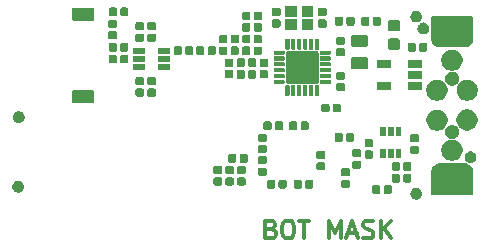
<source format=gbr>
G04 #@! TF.GenerationSoftware,KiCad,Pcbnew,(5.0.1)-4*
G04 #@! TF.CreationDate,2019-05-17T17:50:28+02:00*
G04 #@! TF.ProjectId,nk-LoRa,6E6B2D4C6F52612E6B696361645F7063,R1*
G04 #@! TF.SameCoordinates,PX5f5e100PY5f5e100*
G04 #@! TF.FileFunction,Soldermask,Bot*
G04 #@! TF.FilePolarity,Negative*
%FSLAX46Y46*%
G04 Gerber Fmt 4.6, Leading zero omitted, Abs format (unit mm)*
G04 Created by KiCad (PCBNEW (5.0.1)-4) date 17.05.2019 17:50:28*
%MOMM*%
%LPD*%
G01*
G04 APERTURE LIST*
%ADD10C,0.300000*%
%ADD11C,0.150000*%
%ADD12C,0.100000*%
G04 APERTURE END LIST*
D10*
X22334285Y-1692857D02*
X22548571Y-1764285D01*
X22620000Y-1835714D01*
X22691428Y-1978571D01*
X22691428Y-2192857D01*
X22620000Y-2335714D01*
X22548571Y-2407142D01*
X22405714Y-2478571D01*
X21834285Y-2478571D01*
X21834285Y-978571D01*
X22334285Y-978571D01*
X22477142Y-1050000D01*
X22548571Y-1121428D01*
X22620000Y-1264285D01*
X22620000Y-1407142D01*
X22548571Y-1550000D01*
X22477142Y-1621428D01*
X22334285Y-1692857D01*
X21834285Y-1692857D01*
X23620000Y-978571D02*
X23905714Y-978571D01*
X24048571Y-1050000D01*
X24191428Y-1192857D01*
X24262857Y-1478571D01*
X24262857Y-1978571D01*
X24191428Y-2264285D01*
X24048571Y-2407142D01*
X23905714Y-2478571D01*
X23620000Y-2478571D01*
X23477142Y-2407142D01*
X23334285Y-2264285D01*
X23262857Y-1978571D01*
X23262857Y-1478571D01*
X23334285Y-1192857D01*
X23477142Y-1050000D01*
X23620000Y-978571D01*
X24691428Y-978571D02*
X25548571Y-978571D01*
X25120000Y-2478571D02*
X25120000Y-978571D01*
X27191428Y-2478571D02*
X27191428Y-978571D01*
X27691428Y-2050000D01*
X28191428Y-978571D01*
X28191428Y-2478571D01*
X28834285Y-2050000D02*
X29548571Y-2050000D01*
X28691428Y-2478571D02*
X29191428Y-978571D01*
X29691428Y-2478571D01*
X30120000Y-2407142D02*
X30334285Y-2478571D01*
X30691428Y-2478571D01*
X30834285Y-2407142D01*
X30905714Y-2335714D01*
X30977142Y-2192857D01*
X30977142Y-2050000D01*
X30905714Y-1907142D01*
X30834285Y-1835714D01*
X30691428Y-1764285D01*
X30405714Y-1692857D01*
X30262857Y-1621428D01*
X30191428Y-1550000D01*
X30120000Y-1407142D01*
X30120000Y-1264285D01*
X30191428Y-1121428D01*
X30262857Y-1050000D01*
X30405714Y-978571D01*
X30762857Y-978571D01*
X30977142Y-1050000D01*
X31620000Y-2478571D02*
X31620000Y-978571D01*
X32477142Y-2478571D02*
X31834285Y-1621428D01*
X32477142Y-978571D02*
X31620000Y-1835714D01*
D11*
G04 #@! TO.C,X2*
G36*
X36550580Y2499480D02*
X35950580Y3099480D01*
X35950000Y1300000D01*
X39350000Y1300000D01*
X39350580Y3099480D01*
X38750580Y2499480D01*
X36550580Y2499480D01*
G37*
X36550580Y2499480D02*
X35950580Y3099480D01*
X35950000Y1300000D01*
X39350000Y1300000D01*
X39350580Y3099480D01*
X38750580Y2499480D01*
X36550580Y2499480D01*
G36*
X38750580Y15099000D02*
X39350580Y14499000D01*
X39350000Y16300000D01*
X35950000Y16300000D01*
X35950580Y14499000D01*
X36550580Y15099000D01*
X38750580Y15099000D01*
G37*
X38750580Y15099000D02*
X39350580Y14499000D01*
X39350000Y16300000D01*
X35950000Y16300000D01*
X35950580Y14499000D01*
X36550580Y15099000D01*
X38750580Y15099000D01*
D12*
G36*
X34745845Y1780785D02*
X34836839Y1743094D01*
X34918731Y1688375D01*
X34988375Y1618731D01*
X35043094Y1536839D01*
X35080785Y1445845D01*
X35100000Y1349246D01*
X35100000Y1250754D01*
X35080785Y1154155D01*
X35043094Y1063161D01*
X34988375Y981269D01*
X34918731Y911625D01*
X34836839Y856906D01*
X34745845Y819215D01*
X34649246Y800000D01*
X34550754Y800000D01*
X34454155Y819215D01*
X34363161Y856906D01*
X34281269Y911625D01*
X34211625Y981269D01*
X34156906Y1063161D01*
X34119215Y1154155D01*
X34100000Y1250754D01*
X34100000Y1349246D01*
X34119215Y1445845D01*
X34156906Y1536839D01*
X34211625Y1618731D01*
X34281269Y1688375D01*
X34363161Y1743094D01*
X34454155Y1780785D01*
X34550754Y1800000D01*
X34649246Y1800000D01*
X34745845Y1780785D01*
X34745845Y1780785D01*
G37*
G36*
X32401191Y2016806D02*
X32431185Y2007708D01*
X32458821Y1992936D01*
X32483051Y1973051D01*
X32502936Y1948821D01*
X32517708Y1921185D01*
X32526806Y1891191D01*
X32530000Y1858767D01*
X32530000Y1441233D01*
X32526806Y1408809D01*
X32517708Y1378815D01*
X32502936Y1351179D01*
X32483051Y1326949D01*
X32458821Y1307064D01*
X32431185Y1292292D01*
X32401191Y1283194D01*
X32368767Y1280000D01*
X32001233Y1280000D01*
X31968809Y1283194D01*
X31938815Y1292292D01*
X31911179Y1307064D01*
X31886949Y1326949D01*
X31867064Y1351179D01*
X31852292Y1378815D01*
X31843194Y1408809D01*
X31840000Y1441233D01*
X31840000Y1858767D01*
X31843194Y1891191D01*
X31852292Y1921185D01*
X31867064Y1948821D01*
X31886949Y1973051D01*
X31911179Y1992936D01*
X31938815Y2007708D01*
X31968809Y2016806D01*
X32001233Y2020000D01*
X32368767Y2020000D01*
X32401191Y2016806D01*
X32401191Y2016806D01*
G37*
G36*
X31431191Y2016806D02*
X31461185Y2007708D01*
X31488821Y1992936D01*
X31513051Y1973051D01*
X31532936Y1948821D01*
X31547708Y1921185D01*
X31556806Y1891191D01*
X31560000Y1858767D01*
X31560000Y1441233D01*
X31556806Y1408809D01*
X31547708Y1378815D01*
X31532936Y1351179D01*
X31513051Y1326949D01*
X31488821Y1307064D01*
X31461185Y1292292D01*
X31431191Y1283194D01*
X31398767Y1280000D01*
X31031233Y1280000D01*
X30998809Y1283194D01*
X30968815Y1292292D01*
X30941179Y1307064D01*
X30916949Y1326949D01*
X30897064Y1351179D01*
X30882292Y1378815D01*
X30873194Y1408809D01*
X30870000Y1441233D01*
X30870000Y1858767D01*
X30873194Y1891191D01*
X30882292Y1921185D01*
X30897064Y1948821D01*
X30916949Y1973051D01*
X30941179Y1992936D01*
X30968815Y2007708D01*
X30998809Y2016806D01*
X31031233Y2020000D01*
X31398767Y2020000D01*
X31431191Y2016806D01*
X31431191Y2016806D01*
G37*
G36*
X1045845Y2380785D02*
X1123027Y2348815D01*
X1136839Y2343094D01*
X1211406Y2293270D01*
X1218731Y2288375D01*
X1288375Y2218731D01*
X1343094Y2136839D01*
X1380785Y2045845D01*
X1400000Y1949246D01*
X1400000Y1850754D01*
X1380785Y1754155D01*
X1343094Y1663161D01*
X1288375Y1581269D01*
X1218731Y1511625D01*
X1136839Y1456906D01*
X1045845Y1419215D01*
X949246Y1400000D01*
X850754Y1400000D01*
X754155Y1419215D01*
X663161Y1456906D01*
X581269Y1511625D01*
X511625Y1581269D01*
X456906Y1663161D01*
X419215Y1754155D01*
X400000Y1850754D01*
X400000Y1949246D01*
X419215Y2045845D01*
X456906Y2136839D01*
X511625Y2218731D01*
X581269Y2288375D01*
X588595Y2293270D01*
X663161Y2343094D01*
X676973Y2348815D01*
X754155Y2380785D01*
X850754Y2400000D01*
X949246Y2400000D01*
X1045845Y2380785D01*
X1045845Y2380785D01*
G37*
G36*
X24781191Y2466806D02*
X24811185Y2457708D01*
X24838821Y2442936D01*
X24863051Y2423051D01*
X24882936Y2398821D01*
X24897708Y2371185D01*
X24906806Y2341191D01*
X24910000Y2308767D01*
X24910000Y1891233D01*
X24906806Y1858809D01*
X24897708Y1828815D01*
X24882936Y1801179D01*
X24863051Y1776949D01*
X24838821Y1757064D01*
X24811185Y1742292D01*
X24781191Y1733194D01*
X24748767Y1730000D01*
X24381233Y1730000D01*
X24348809Y1733194D01*
X24318815Y1742292D01*
X24291179Y1757064D01*
X24266949Y1776949D01*
X24247064Y1801179D01*
X24232292Y1828815D01*
X24223194Y1858809D01*
X24220000Y1891233D01*
X24220000Y2308767D01*
X24223194Y2341191D01*
X24232292Y2371185D01*
X24247064Y2398821D01*
X24266949Y2423051D01*
X24291179Y2442936D01*
X24318815Y2457708D01*
X24348809Y2466806D01*
X24381233Y2470000D01*
X24748767Y2470000D01*
X24781191Y2466806D01*
X24781191Y2466806D01*
G37*
G36*
X23501191Y2466806D02*
X23531185Y2457708D01*
X23558821Y2442936D01*
X23583051Y2423051D01*
X23602936Y2398821D01*
X23617708Y2371185D01*
X23626806Y2341191D01*
X23630000Y2308767D01*
X23630000Y1891233D01*
X23626806Y1858809D01*
X23617708Y1828815D01*
X23602936Y1801179D01*
X23583051Y1776949D01*
X23558821Y1757064D01*
X23531185Y1742292D01*
X23501191Y1733194D01*
X23468767Y1730000D01*
X23101233Y1730000D01*
X23068809Y1733194D01*
X23038815Y1742292D01*
X23011179Y1757064D01*
X22986949Y1776949D01*
X22967064Y1801179D01*
X22952292Y1828815D01*
X22943194Y1858809D01*
X22940000Y1891233D01*
X22940000Y2308767D01*
X22943194Y2341191D01*
X22952292Y2371185D01*
X22967064Y2398821D01*
X22986949Y2423051D01*
X23011179Y2442936D01*
X23038815Y2457708D01*
X23068809Y2466806D01*
X23101233Y2470000D01*
X23468767Y2470000D01*
X23501191Y2466806D01*
X23501191Y2466806D01*
G37*
G36*
X22531191Y2466806D02*
X22561185Y2457708D01*
X22588821Y2442936D01*
X22613051Y2423051D01*
X22632936Y2398821D01*
X22647708Y2371185D01*
X22656806Y2341191D01*
X22660000Y2308767D01*
X22660000Y1891233D01*
X22656806Y1858809D01*
X22647708Y1828815D01*
X22632936Y1801179D01*
X22613051Y1776949D01*
X22588821Y1757064D01*
X22561185Y1742292D01*
X22531191Y1733194D01*
X22498767Y1730000D01*
X22131233Y1730000D01*
X22098809Y1733194D01*
X22068815Y1742292D01*
X22041179Y1757064D01*
X22016949Y1776949D01*
X21997064Y1801179D01*
X21982292Y1828815D01*
X21973194Y1858809D01*
X21970000Y1891233D01*
X21970000Y2308767D01*
X21973194Y2341191D01*
X21982292Y2371185D01*
X21997064Y2398821D01*
X22016949Y2423051D01*
X22041179Y2442936D01*
X22068815Y2457708D01*
X22098809Y2466806D01*
X22131233Y2470000D01*
X22498767Y2470000D01*
X22531191Y2466806D01*
X22531191Y2466806D01*
G37*
G36*
X25751191Y2466806D02*
X25781185Y2457708D01*
X25808821Y2442936D01*
X25833051Y2423051D01*
X25852936Y2398821D01*
X25867708Y2371185D01*
X25876806Y2341191D01*
X25880000Y2308767D01*
X25880000Y1891233D01*
X25876806Y1858809D01*
X25867708Y1828815D01*
X25852936Y1801179D01*
X25833051Y1776949D01*
X25808821Y1757064D01*
X25781185Y1742292D01*
X25751191Y1733194D01*
X25718767Y1730000D01*
X25351233Y1730000D01*
X25318809Y1733194D01*
X25288815Y1742292D01*
X25261179Y1757064D01*
X25236949Y1776949D01*
X25217064Y1801179D01*
X25202292Y1828815D01*
X25193194Y1858809D01*
X25190000Y1891233D01*
X25190000Y2308767D01*
X25193194Y2341191D01*
X25202292Y2371185D01*
X25217064Y2398821D01*
X25236949Y2423051D01*
X25261179Y2442936D01*
X25288815Y2457708D01*
X25318809Y2466806D01*
X25351233Y2470000D01*
X25718767Y2470000D01*
X25751191Y2466806D01*
X25751191Y2466806D01*
G37*
G36*
X28841191Y2481806D02*
X28871185Y2472708D01*
X28898821Y2457936D01*
X28923051Y2438051D01*
X28942936Y2413821D01*
X28957708Y2386185D01*
X28966806Y2356191D01*
X28970000Y2323767D01*
X28970000Y1956233D01*
X28966806Y1923809D01*
X28957708Y1893815D01*
X28942936Y1866179D01*
X28923051Y1841949D01*
X28898821Y1822064D01*
X28871185Y1807292D01*
X28841191Y1798194D01*
X28808767Y1795000D01*
X28391233Y1795000D01*
X28358809Y1798194D01*
X28328815Y1807292D01*
X28301179Y1822064D01*
X28276949Y1841949D01*
X28257064Y1866179D01*
X28242292Y1893815D01*
X28233194Y1923809D01*
X28230000Y1956233D01*
X28230000Y2323767D01*
X28233194Y2356191D01*
X28242292Y2386185D01*
X28257064Y2413821D01*
X28276949Y2438051D01*
X28301179Y2457936D01*
X28328815Y2472708D01*
X28358809Y2481806D01*
X28391233Y2485000D01*
X28808767Y2485000D01*
X28841191Y2481806D01*
X28841191Y2481806D01*
G37*
G36*
X20041191Y2681806D02*
X20071185Y2672708D01*
X20098821Y2657936D01*
X20123051Y2638051D01*
X20142936Y2613821D01*
X20157708Y2586185D01*
X20166806Y2556191D01*
X20170000Y2523767D01*
X20170000Y2156233D01*
X20166806Y2123809D01*
X20157708Y2093815D01*
X20142936Y2066179D01*
X20123051Y2041949D01*
X20098821Y2022064D01*
X20071185Y2007292D01*
X20041191Y1998194D01*
X20008767Y1995000D01*
X19591233Y1995000D01*
X19558809Y1998194D01*
X19528815Y2007292D01*
X19501179Y2022064D01*
X19476949Y2041949D01*
X19457064Y2066179D01*
X19442292Y2093815D01*
X19433194Y2123809D01*
X19430000Y2156233D01*
X19430000Y2523767D01*
X19433194Y2556191D01*
X19442292Y2586185D01*
X19457064Y2613821D01*
X19476949Y2638051D01*
X19501179Y2657936D01*
X19528815Y2672708D01*
X19558809Y2681806D01*
X19591233Y2685000D01*
X20008767Y2685000D01*
X20041191Y2681806D01*
X20041191Y2681806D01*
G37*
G36*
X18041191Y2681806D02*
X18071185Y2672708D01*
X18098821Y2657936D01*
X18123051Y2638051D01*
X18142936Y2613821D01*
X18157708Y2586185D01*
X18166806Y2556191D01*
X18170000Y2523767D01*
X18170000Y2156233D01*
X18166806Y2123809D01*
X18157708Y2093815D01*
X18142936Y2066179D01*
X18123051Y2041949D01*
X18098821Y2022064D01*
X18071185Y2007292D01*
X18041191Y1998194D01*
X18008767Y1995000D01*
X17591233Y1995000D01*
X17558809Y1998194D01*
X17528815Y2007292D01*
X17501179Y2022064D01*
X17476949Y2041949D01*
X17457064Y2066179D01*
X17442292Y2093815D01*
X17433194Y2123809D01*
X17430000Y2156233D01*
X17430000Y2523767D01*
X17433194Y2556191D01*
X17442292Y2586185D01*
X17457064Y2613821D01*
X17476949Y2638051D01*
X17501179Y2657936D01*
X17528815Y2672708D01*
X17558809Y2681806D01*
X17591233Y2685000D01*
X18008767Y2685000D01*
X18041191Y2681806D01*
X18041191Y2681806D01*
G37*
G36*
X19041191Y2681806D02*
X19071185Y2672708D01*
X19098821Y2657936D01*
X19123051Y2638051D01*
X19142936Y2613821D01*
X19157708Y2586185D01*
X19166806Y2556191D01*
X19170000Y2523767D01*
X19170000Y2156233D01*
X19166806Y2123809D01*
X19157708Y2093815D01*
X19142936Y2066179D01*
X19123051Y2041949D01*
X19098821Y2022064D01*
X19071185Y2007292D01*
X19041191Y1998194D01*
X19008767Y1995000D01*
X18591233Y1995000D01*
X18558809Y1998194D01*
X18528815Y2007292D01*
X18501179Y2022064D01*
X18476949Y2041949D01*
X18457064Y2066179D01*
X18442292Y2093815D01*
X18433194Y2123809D01*
X18430000Y2156233D01*
X18430000Y2523767D01*
X18433194Y2556191D01*
X18442292Y2586185D01*
X18457064Y2613821D01*
X18476949Y2638051D01*
X18501179Y2657936D01*
X18528815Y2672708D01*
X18558809Y2681806D01*
X18591233Y2685000D01*
X19008767Y2685000D01*
X19041191Y2681806D01*
X19041191Y2681806D01*
G37*
G36*
X33101191Y2986806D02*
X33131185Y2977708D01*
X33158821Y2962936D01*
X33183051Y2943051D01*
X33202936Y2918821D01*
X33217708Y2891185D01*
X33226806Y2861191D01*
X33230000Y2828767D01*
X33230000Y2411233D01*
X33226806Y2378809D01*
X33217708Y2348815D01*
X33202936Y2321179D01*
X33183051Y2296949D01*
X33158821Y2277064D01*
X33131185Y2262292D01*
X33101191Y2253194D01*
X33068767Y2250000D01*
X32701233Y2250000D01*
X32668809Y2253194D01*
X32638815Y2262292D01*
X32611179Y2277064D01*
X32586949Y2296949D01*
X32567064Y2321179D01*
X32552292Y2348815D01*
X32543194Y2378809D01*
X32540000Y2411233D01*
X32540000Y2828767D01*
X32543194Y2861191D01*
X32552292Y2891185D01*
X32567064Y2918821D01*
X32586949Y2943051D01*
X32611179Y2962936D01*
X32638815Y2977708D01*
X32668809Y2986806D01*
X32701233Y2990000D01*
X33068767Y2990000D01*
X33101191Y2986806D01*
X33101191Y2986806D01*
G37*
G36*
X34071191Y2986806D02*
X34101185Y2977708D01*
X34128821Y2962936D01*
X34153051Y2943051D01*
X34172936Y2918821D01*
X34187708Y2891185D01*
X34196806Y2861191D01*
X34200000Y2828767D01*
X34200000Y2411233D01*
X34196806Y2378809D01*
X34187708Y2348815D01*
X34172936Y2321179D01*
X34153051Y2296949D01*
X34128821Y2277064D01*
X34101185Y2262292D01*
X34071191Y2253194D01*
X34038767Y2250000D01*
X33671233Y2250000D01*
X33638809Y2253194D01*
X33608815Y2262292D01*
X33581179Y2277064D01*
X33556949Y2296949D01*
X33537064Y2321179D01*
X33522292Y2348815D01*
X33513194Y2378809D01*
X33510000Y2411233D01*
X33510000Y2828767D01*
X33513194Y2861191D01*
X33522292Y2891185D01*
X33537064Y2918821D01*
X33556949Y2943051D01*
X33581179Y2962936D01*
X33608815Y2977708D01*
X33638809Y2986806D01*
X33671233Y2990000D01*
X34038767Y2990000D01*
X34071191Y2986806D01*
X34071191Y2986806D01*
G37*
G36*
X38794609Y3882826D02*
X38945517Y3837048D01*
X39084595Y3762710D01*
X39206497Y3662667D01*
X39306540Y3540765D01*
X39380878Y3401687D01*
X39426656Y3250779D01*
X39442113Y3093840D01*
X39426656Y2936901D01*
X39380878Y2785993D01*
X39306540Y2646915D01*
X39206497Y2525013D01*
X39084595Y2424970D01*
X38945517Y2350632D01*
X38794609Y2304854D01*
X38676994Y2293270D01*
X36599366Y2293270D01*
X36481751Y2304854D01*
X36330843Y2350632D01*
X36191765Y2424970D01*
X36069863Y2525013D01*
X35969820Y2646915D01*
X35895482Y2785993D01*
X35849704Y2936901D01*
X35834247Y3093840D01*
X35849704Y3250779D01*
X35895482Y3401687D01*
X35969820Y3540765D01*
X36069863Y3662667D01*
X36191765Y3762710D01*
X36330843Y3837048D01*
X36481751Y3882826D01*
X36599366Y3894410D01*
X38676994Y3894410D01*
X38794609Y3882826D01*
X38794609Y3882826D01*
G37*
G36*
X28841191Y3451806D02*
X28871185Y3442708D01*
X28898821Y3427936D01*
X28923051Y3408051D01*
X28942936Y3383821D01*
X28957708Y3356185D01*
X28966806Y3326191D01*
X28970000Y3293767D01*
X28970000Y2926233D01*
X28966806Y2893809D01*
X28957708Y2863815D01*
X28942936Y2836179D01*
X28923051Y2811949D01*
X28898821Y2792064D01*
X28871185Y2777292D01*
X28841191Y2768194D01*
X28808767Y2765000D01*
X28391233Y2765000D01*
X28358809Y2768194D01*
X28328815Y2777292D01*
X28301179Y2792064D01*
X28276949Y2811949D01*
X28257064Y2836179D01*
X28242292Y2863815D01*
X28233194Y2893809D01*
X28230000Y2926233D01*
X28230000Y3293767D01*
X28233194Y3326191D01*
X28242292Y3356185D01*
X28257064Y3383821D01*
X28276949Y3408051D01*
X28301179Y3427936D01*
X28328815Y3442708D01*
X28358809Y3451806D01*
X28391233Y3455000D01*
X28808767Y3455000D01*
X28841191Y3451806D01*
X28841191Y3451806D01*
G37*
G36*
X21816191Y3506806D02*
X21846185Y3497708D01*
X21873821Y3482936D01*
X21898051Y3463051D01*
X21917936Y3438821D01*
X21932708Y3411185D01*
X21941806Y3381191D01*
X21945000Y3348767D01*
X21945000Y2981233D01*
X21941806Y2948809D01*
X21932708Y2918815D01*
X21917936Y2891179D01*
X21898051Y2866949D01*
X21873821Y2847064D01*
X21846185Y2832292D01*
X21816191Y2823194D01*
X21783767Y2820000D01*
X21366233Y2820000D01*
X21333809Y2823194D01*
X21303815Y2832292D01*
X21276179Y2847064D01*
X21251949Y2866949D01*
X21232064Y2891179D01*
X21217292Y2918815D01*
X21208194Y2948809D01*
X21205000Y2981233D01*
X21205000Y3348767D01*
X21208194Y3381191D01*
X21217292Y3411185D01*
X21232064Y3438821D01*
X21251949Y3463051D01*
X21276179Y3482936D01*
X21303815Y3497708D01*
X21333809Y3506806D01*
X21366233Y3510000D01*
X21783767Y3510000D01*
X21816191Y3506806D01*
X21816191Y3506806D01*
G37*
G36*
X19041191Y3651806D02*
X19071185Y3642708D01*
X19098821Y3627936D01*
X19123051Y3608051D01*
X19142936Y3583821D01*
X19157708Y3556185D01*
X19166806Y3526191D01*
X19170000Y3493767D01*
X19170000Y3126233D01*
X19166806Y3093809D01*
X19157708Y3063815D01*
X19142936Y3036179D01*
X19123051Y3011949D01*
X19098821Y2992064D01*
X19071185Y2977292D01*
X19041191Y2968194D01*
X19008767Y2965000D01*
X18591233Y2965000D01*
X18558809Y2968194D01*
X18528815Y2977292D01*
X18501179Y2992064D01*
X18476949Y3011949D01*
X18457064Y3036179D01*
X18442292Y3063815D01*
X18433194Y3093809D01*
X18430000Y3126233D01*
X18430000Y3493767D01*
X18433194Y3526191D01*
X18442292Y3556185D01*
X18457064Y3583821D01*
X18476949Y3608051D01*
X18501179Y3627936D01*
X18528815Y3642708D01*
X18558809Y3651806D01*
X18591233Y3655000D01*
X19008767Y3655000D01*
X19041191Y3651806D01*
X19041191Y3651806D01*
G37*
G36*
X20041191Y3651806D02*
X20071185Y3642708D01*
X20098821Y3627936D01*
X20123051Y3608051D01*
X20142936Y3583821D01*
X20157708Y3556185D01*
X20166806Y3526191D01*
X20170000Y3493767D01*
X20170000Y3126233D01*
X20166806Y3093809D01*
X20157708Y3063815D01*
X20142936Y3036179D01*
X20123051Y3011949D01*
X20098821Y2992064D01*
X20071185Y2977292D01*
X20041191Y2968194D01*
X20008767Y2965000D01*
X19591233Y2965000D01*
X19558809Y2968194D01*
X19528815Y2977292D01*
X19501179Y2992064D01*
X19476949Y3011949D01*
X19457064Y3036179D01*
X19442292Y3063815D01*
X19433194Y3093809D01*
X19430000Y3126233D01*
X19430000Y3493767D01*
X19433194Y3526191D01*
X19442292Y3556185D01*
X19457064Y3583821D01*
X19476949Y3608051D01*
X19501179Y3627936D01*
X19528815Y3642708D01*
X19558809Y3651806D01*
X19591233Y3655000D01*
X20008767Y3655000D01*
X20041191Y3651806D01*
X20041191Y3651806D01*
G37*
G36*
X18041191Y3651806D02*
X18071185Y3642708D01*
X18098821Y3627936D01*
X18123051Y3608051D01*
X18142936Y3583821D01*
X18157708Y3556185D01*
X18166806Y3526191D01*
X18170000Y3493767D01*
X18170000Y3126233D01*
X18166806Y3093809D01*
X18157708Y3063815D01*
X18142936Y3036179D01*
X18123051Y3011949D01*
X18098821Y2992064D01*
X18071185Y2977292D01*
X18041191Y2968194D01*
X18008767Y2965000D01*
X17591233Y2965000D01*
X17558809Y2968194D01*
X17528815Y2977292D01*
X17501179Y2992064D01*
X17476949Y3011949D01*
X17457064Y3036179D01*
X17442292Y3063815D01*
X17433194Y3093809D01*
X17430000Y3126233D01*
X17430000Y3493767D01*
X17433194Y3526191D01*
X17442292Y3556185D01*
X17457064Y3583821D01*
X17476949Y3608051D01*
X17501179Y3627936D01*
X17528815Y3642708D01*
X17558809Y3651806D01*
X17591233Y3655000D01*
X18008767Y3655000D01*
X18041191Y3651806D01*
X18041191Y3651806D01*
G37*
G36*
X34071191Y3976806D02*
X34101185Y3967708D01*
X34128821Y3952936D01*
X34153051Y3933051D01*
X34172936Y3908821D01*
X34187708Y3881185D01*
X34196806Y3851191D01*
X34200000Y3818767D01*
X34200000Y3401233D01*
X34196806Y3368809D01*
X34187708Y3338815D01*
X34172936Y3311179D01*
X34153051Y3286949D01*
X34128821Y3267064D01*
X34101185Y3252292D01*
X34071191Y3243194D01*
X34038767Y3240000D01*
X33671233Y3240000D01*
X33638809Y3243194D01*
X33608815Y3252292D01*
X33581179Y3267064D01*
X33556949Y3286949D01*
X33537064Y3311179D01*
X33522292Y3338815D01*
X33513194Y3368809D01*
X33510000Y3401233D01*
X33510000Y3818767D01*
X33513194Y3851191D01*
X33522292Y3881185D01*
X33537064Y3908821D01*
X33556949Y3933051D01*
X33581179Y3952936D01*
X33608815Y3967708D01*
X33638809Y3976806D01*
X33671233Y3980000D01*
X34038767Y3980000D01*
X34071191Y3976806D01*
X34071191Y3976806D01*
G37*
G36*
X33101191Y3976806D02*
X33131185Y3967708D01*
X33158821Y3952936D01*
X33183051Y3933051D01*
X33202936Y3908821D01*
X33217708Y3881185D01*
X33226806Y3851191D01*
X33230000Y3818767D01*
X33230000Y3401233D01*
X33226806Y3368809D01*
X33217708Y3338815D01*
X33202936Y3311179D01*
X33183051Y3286949D01*
X33158821Y3267064D01*
X33131185Y3252292D01*
X33101191Y3243194D01*
X33068767Y3240000D01*
X32701233Y3240000D01*
X32668809Y3243194D01*
X32638815Y3252292D01*
X32611179Y3267064D01*
X32586949Y3286949D01*
X32567064Y3311179D01*
X32552292Y3338815D01*
X32543194Y3368809D01*
X32540000Y3401233D01*
X32540000Y3818767D01*
X32543194Y3851191D01*
X32552292Y3881185D01*
X32567064Y3908821D01*
X32586949Y3933051D01*
X32611179Y3952936D01*
X32638815Y3967708D01*
X32668809Y3976806D01*
X32701233Y3980000D01*
X33068767Y3980000D01*
X33101191Y3976806D01*
X33101191Y3976806D01*
G37*
G36*
X26766191Y3956806D02*
X26796185Y3947708D01*
X26823821Y3932936D01*
X26848051Y3913051D01*
X26867936Y3888821D01*
X26882708Y3861185D01*
X26891806Y3831191D01*
X26895000Y3798767D01*
X26895000Y3431233D01*
X26891806Y3398809D01*
X26882708Y3368815D01*
X26867936Y3341179D01*
X26848051Y3316949D01*
X26823821Y3297064D01*
X26796185Y3282292D01*
X26766191Y3273194D01*
X26733767Y3270000D01*
X26316233Y3270000D01*
X26283809Y3273194D01*
X26253815Y3282292D01*
X26226179Y3297064D01*
X26201949Y3316949D01*
X26182064Y3341179D01*
X26167292Y3368815D01*
X26158194Y3398809D01*
X26155000Y3431233D01*
X26155000Y3798767D01*
X26158194Y3831191D01*
X26167292Y3861185D01*
X26182064Y3888821D01*
X26201949Y3913051D01*
X26226179Y3932936D01*
X26253815Y3947708D01*
X26283809Y3956806D01*
X26316233Y3960000D01*
X26733767Y3960000D01*
X26766191Y3956806D01*
X26766191Y3956806D01*
G37*
G36*
X29791191Y4106806D02*
X29821185Y4097708D01*
X29848821Y4082936D01*
X29873051Y4063051D01*
X29892936Y4038821D01*
X29907708Y4011185D01*
X29916806Y3981191D01*
X29920000Y3948767D01*
X29920000Y3581233D01*
X29916806Y3548809D01*
X29907708Y3518815D01*
X29892936Y3491179D01*
X29873051Y3466949D01*
X29848821Y3447064D01*
X29821185Y3432292D01*
X29791191Y3423194D01*
X29758767Y3420000D01*
X29341233Y3420000D01*
X29308809Y3423194D01*
X29278815Y3432292D01*
X29251179Y3447064D01*
X29226949Y3466949D01*
X29207064Y3491179D01*
X29192292Y3518815D01*
X29183194Y3548809D01*
X29180000Y3581233D01*
X29180000Y3948767D01*
X29183194Y3981191D01*
X29192292Y4011185D01*
X29207064Y4038821D01*
X29226949Y4063051D01*
X29251179Y4082936D01*
X29278815Y4097708D01*
X29308809Y4106806D01*
X29341233Y4110000D01*
X29758767Y4110000D01*
X29791191Y4106806D01*
X29791191Y4106806D01*
G37*
G36*
X21816191Y4476806D02*
X21846185Y4467708D01*
X21873821Y4452936D01*
X21898051Y4433051D01*
X21917936Y4408821D01*
X21932708Y4381185D01*
X21941806Y4351191D01*
X21945000Y4318767D01*
X21945000Y3951233D01*
X21941806Y3918809D01*
X21932708Y3888815D01*
X21917936Y3861179D01*
X21898051Y3836949D01*
X21873821Y3817064D01*
X21846185Y3802292D01*
X21816191Y3793194D01*
X21783767Y3790000D01*
X21366233Y3790000D01*
X21333809Y3793194D01*
X21303815Y3802292D01*
X21276179Y3817064D01*
X21251949Y3836949D01*
X21232064Y3861179D01*
X21217292Y3888815D01*
X21208194Y3918809D01*
X21205000Y3951233D01*
X21205000Y4318767D01*
X21208194Y4351191D01*
X21217292Y4381185D01*
X21232064Y4408821D01*
X21251949Y4433051D01*
X21276179Y4452936D01*
X21303815Y4467708D01*
X21333809Y4476806D01*
X21366233Y4480000D01*
X21783767Y4480000D01*
X21816191Y4476806D01*
X21816191Y4476806D01*
G37*
G36*
X39345845Y4880785D02*
X39423042Y4848809D01*
X39436839Y4843094D01*
X39518730Y4788376D01*
X39588376Y4718730D01*
X39612723Y4682292D01*
X39643094Y4636839D01*
X39680785Y4545845D01*
X39700000Y4449246D01*
X39700000Y4350754D01*
X39680785Y4254155D01*
X39643094Y4163161D01*
X39588376Y4081270D01*
X39518730Y4011624D01*
X39506591Y4003513D01*
X39436839Y3956906D01*
X39345845Y3919215D01*
X39249246Y3900000D01*
X39150754Y3900000D01*
X39054155Y3919215D01*
X38963161Y3956906D01*
X38893409Y4003513D01*
X38881270Y4011624D01*
X38811624Y4081270D01*
X38756906Y4163161D01*
X38719215Y4254155D01*
X38700000Y4350754D01*
X38700000Y4449246D01*
X38719215Y4545845D01*
X38756906Y4636839D01*
X38787277Y4682292D01*
X38811624Y4718730D01*
X38881270Y4788376D01*
X38963161Y4843094D01*
X38976958Y4848809D01*
X39054155Y4880785D01*
X39150754Y4900000D01*
X39249246Y4900000D01*
X39345845Y4880785D01*
X39345845Y4880785D01*
G37*
G36*
X20201191Y4666806D02*
X20231185Y4657708D01*
X20258821Y4642936D01*
X20283051Y4623051D01*
X20302936Y4598821D01*
X20317708Y4571185D01*
X20326806Y4541191D01*
X20330000Y4508767D01*
X20330000Y4091233D01*
X20326806Y4058809D01*
X20317708Y4028815D01*
X20302936Y4001179D01*
X20283051Y3976949D01*
X20258821Y3957064D01*
X20231185Y3942292D01*
X20201191Y3933194D01*
X20168767Y3930000D01*
X19801233Y3930000D01*
X19768809Y3933194D01*
X19738815Y3942292D01*
X19711179Y3957064D01*
X19686949Y3976949D01*
X19667064Y4001179D01*
X19652292Y4028815D01*
X19643194Y4058809D01*
X19640000Y4091233D01*
X19640000Y4508767D01*
X19643194Y4541191D01*
X19652292Y4571185D01*
X19667064Y4598821D01*
X19686949Y4623051D01*
X19711179Y4642936D01*
X19738815Y4657708D01*
X19768809Y4666806D01*
X19801233Y4670000D01*
X20168767Y4670000D01*
X20201191Y4666806D01*
X20201191Y4666806D01*
G37*
G36*
X19231191Y4666806D02*
X19261185Y4657708D01*
X19288821Y4642936D01*
X19313051Y4623051D01*
X19332936Y4598821D01*
X19347708Y4571185D01*
X19356806Y4541191D01*
X19360000Y4508767D01*
X19360000Y4091233D01*
X19356806Y4058809D01*
X19347708Y4028815D01*
X19332936Y4001179D01*
X19313051Y3976949D01*
X19288821Y3957064D01*
X19261185Y3942292D01*
X19231191Y3933194D01*
X19198767Y3930000D01*
X18831233Y3930000D01*
X18798809Y3933194D01*
X18768815Y3942292D01*
X18741179Y3957064D01*
X18716949Y3976949D01*
X18697064Y4001179D01*
X18682292Y4028815D01*
X18673194Y4058809D01*
X18670000Y4091233D01*
X18670000Y4508767D01*
X18673194Y4541191D01*
X18682292Y4571185D01*
X18697064Y4598821D01*
X18716949Y4623051D01*
X18741179Y4642936D01*
X18768815Y4657708D01*
X18798809Y4666806D01*
X18831233Y4670000D01*
X19198767Y4670000D01*
X19231191Y4666806D01*
X19231191Y4666806D01*
G37*
G36*
X37882520Y5855414D02*
X38046310Y5787570D01*
X38193717Y5689076D01*
X38319076Y5563717D01*
X38417570Y5416310D01*
X38485414Y5252520D01*
X38520000Y5078642D01*
X38520000Y4901358D01*
X38485414Y4727480D01*
X38417570Y4563690D01*
X38319076Y4416283D01*
X38193717Y4290924D01*
X38046310Y4192430D01*
X37882520Y4124586D01*
X37708642Y4090000D01*
X37531358Y4090000D01*
X37357480Y4124586D01*
X37193690Y4192430D01*
X37046283Y4290924D01*
X36920924Y4416283D01*
X36822430Y4563690D01*
X36754586Y4727480D01*
X36720000Y4901358D01*
X36720000Y5078642D01*
X36754586Y5252520D01*
X36822430Y5416310D01*
X36920924Y5563717D01*
X37046283Y5689076D01*
X37193690Y5787570D01*
X37357480Y5855414D01*
X37531358Y5890000D01*
X37708642Y5890000D01*
X37882520Y5855414D01*
X37882520Y5855414D01*
G37*
G36*
X26766191Y4926806D02*
X26796185Y4917708D01*
X26823821Y4902936D01*
X26848051Y4883051D01*
X26867936Y4858821D01*
X26882708Y4831185D01*
X26891806Y4801191D01*
X26895000Y4768767D01*
X26895000Y4401233D01*
X26891806Y4368809D01*
X26882708Y4338815D01*
X26867936Y4311179D01*
X26848051Y4286949D01*
X26823821Y4267064D01*
X26796185Y4252292D01*
X26766191Y4243194D01*
X26733767Y4240000D01*
X26316233Y4240000D01*
X26283809Y4243194D01*
X26253815Y4252292D01*
X26226179Y4267064D01*
X26201949Y4286949D01*
X26182064Y4311179D01*
X26167292Y4338815D01*
X26158194Y4368809D01*
X26155000Y4401233D01*
X26155000Y4768767D01*
X26158194Y4801191D01*
X26167292Y4831185D01*
X26182064Y4858821D01*
X26201949Y4883051D01*
X26226179Y4902936D01*
X26253815Y4917708D01*
X26283809Y4926806D01*
X26316233Y4930000D01*
X26733767Y4930000D01*
X26766191Y4926806D01*
X26766191Y4926806D01*
G37*
G36*
X30841191Y4956806D02*
X30871185Y4947708D01*
X30898821Y4932936D01*
X30923051Y4913051D01*
X30942936Y4888821D01*
X30957708Y4861185D01*
X30966806Y4831191D01*
X30970000Y4798767D01*
X30970000Y4431233D01*
X30966806Y4398809D01*
X30957708Y4368815D01*
X30942936Y4341179D01*
X30923051Y4316949D01*
X30898821Y4297064D01*
X30871185Y4282292D01*
X30841191Y4273194D01*
X30808767Y4270000D01*
X30391233Y4270000D01*
X30358809Y4273194D01*
X30328815Y4282292D01*
X30301179Y4297064D01*
X30276949Y4316949D01*
X30257064Y4341179D01*
X30242292Y4368815D01*
X30233194Y4398809D01*
X30230000Y4431233D01*
X30230000Y4798767D01*
X30233194Y4831191D01*
X30242292Y4861185D01*
X30257064Y4888821D01*
X30276949Y4913051D01*
X30301179Y4932936D01*
X30328815Y4947708D01*
X30358809Y4956806D01*
X30391233Y4960000D01*
X30808767Y4960000D01*
X30841191Y4956806D01*
X30841191Y4956806D01*
G37*
G36*
X32700000Y4325000D02*
X32200000Y4325000D01*
X32200000Y5075000D01*
X32700000Y5075000D01*
X32700000Y4325000D01*
X32700000Y4325000D01*
G37*
G36*
X32050000Y4325000D02*
X31550000Y4325000D01*
X31550000Y5075000D01*
X32050000Y5075000D01*
X32050000Y4325000D01*
X32050000Y4325000D01*
G37*
G36*
X33350000Y4325000D02*
X32850000Y4325000D01*
X32850000Y5075000D01*
X33350000Y5075000D01*
X33350000Y4325000D01*
X33350000Y4325000D01*
G37*
G36*
X29791191Y5076806D02*
X29821185Y5067708D01*
X29848821Y5052936D01*
X29873051Y5033051D01*
X29892936Y5008821D01*
X29907708Y4981185D01*
X29916806Y4951191D01*
X29920000Y4918767D01*
X29920000Y4551233D01*
X29916806Y4518809D01*
X29907708Y4488815D01*
X29892936Y4461179D01*
X29873051Y4436949D01*
X29848821Y4417064D01*
X29821185Y4402292D01*
X29791191Y4393194D01*
X29758767Y4390000D01*
X29341233Y4390000D01*
X29308809Y4393194D01*
X29278815Y4402292D01*
X29251179Y4417064D01*
X29226949Y4436949D01*
X29207064Y4461179D01*
X29192292Y4488815D01*
X29183194Y4518809D01*
X29180000Y4551233D01*
X29180000Y4918767D01*
X29183194Y4951191D01*
X29192292Y4981185D01*
X29207064Y5008821D01*
X29226949Y5033051D01*
X29251179Y5052936D01*
X29278815Y5067708D01*
X29308809Y5076806D01*
X29341233Y5080000D01*
X29758767Y5080000D01*
X29791191Y5076806D01*
X29791191Y5076806D01*
G37*
G36*
X34691191Y5356806D02*
X34721185Y5347708D01*
X34748821Y5332936D01*
X34773051Y5313051D01*
X34792936Y5288821D01*
X34807708Y5261185D01*
X34816806Y5231191D01*
X34820000Y5198767D01*
X34820000Y4831233D01*
X34816806Y4798809D01*
X34807708Y4768815D01*
X34792936Y4741179D01*
X34773051Y4716949D01*
X34748821Y4697064D01*
X34721185Y4682292D01*
X34691191Y4673194D01*
X34658767Y4670000D01*
X34241233Y4670000D01*
X34208809Y4673194D01*
X34178815Y4682292D01*
X34151179Y4697064D01*
X34126949Y4716949D01*
X34107064Y4741179D01*
X34092292Y4768815D01*
X34083194Y4798809D01*
X34080000Y4831233D01*
X34080000Y5198767D01*
X34083194Y5231191D01*
X34092292Y5261185D01*
X34107064Y5288821D01*
X34126949Y5313051D01*
X34151179Y5332936D01*
X34178815Y5347708D01*
X34208809Y5356806D01*
X34241233Y5360000D01*
X34658767Y5360000D01*
X34691191Y5356806D01*
X34691191Y5356806D01*
G37*
G36*
X21816191Y5406806D02*
X21846185Y5397708D01*
X21873821Y5382936D01*
X21898051Y5363051D01*
X21917936Y5338821D01*
X21932708Y5311185D01*
X21941806Y5281191D01*
X21945000Y5248767D01*
X21945000Y4881233D01*
X21941806Y4848809D01*
X21932708Y4818815D01*
X21917936Y4791179D01*
X21898051Y4766949D01*
X21873821Y4747064D01*
X21846185Y4732292D01*
X21816191Y4723194D01*
X21783767Y4720000D01*
X21366233Y4720000D01*
X21333809Y4723194D01*
X21303815Y4732292D01*
X21276179Y4747064D01*
X21251949Y4766949D01*
X21232064Y4791179D01*
X21217292Y4818815D01*
X21208194Y4848809D01*
X21205000Y4881233D01*
X21205000Y5248767D01*
X21208194Y5281191D01*
X21217292Y5311185D01*
X21232064Y5338821D01*
X21251949Y5363051D01*
X21276179Y5382936D01*
X21303815Y5397708D01*
X21333809Y5406806D01*
X21366233Y5410000D01*
X21783767Y5410000D01*
X21816191Y5406806D01*
X21816191Y5406806D01*
G37*
G36*
X30841191Y5926806D02*
X30871185Y5917708D01*
X30898821Y5902936D01*
X30923051Y5883051D01*
X30942936Y5858821D01*
X30957708Y5831185D01*
X30966806Y5801191D01*
X30970000Y5768767D01*
X30970000Y5401233D01*
X30966806Y5368809D01*
X30957708Y5338815D01*
X30942936Y5311179D01*
X30923051Y5286949D01*
X30898821Y5267064D01*
X30871185Y5252292D01*
X30841191Y5243194D01*
X30808767Y5240000D01*
X30391233Y5240000D01*
X30358809Y5243194D01*
X30328815Y5252292D01*
X30301179Y5267064D01*
X30276949Y5286949D01*
X30257064Y5311179D01*
X30242292Y5338815D01*
X30233194Y5368809D01*
X30230000Y5401233D01*
X30230000Y5768767D01*
X30233194Y5801191D01*
X30242292Y5831185D01*
X30257064Y5858821D01*
X30276949Y5883051D01*
X30301179Y5902936D01*
X30328815Y5917708D01*
X30358809Y5926806D01*
X30391233Y5930000D01*
X30808767Y5930000D01*
X30841191Y5926806D01*
X30841191Y5926806D01*
G37*
G36*
X34691191Y6326806D02*
X34721185Y6317708D01*
X34748821Y6302936D01*
X34773051Y6283051D01*
X34792936Y6258821D01*
X34807708Y6231185D01*
X34816806Y6201191D01*
X34820000Y6168767D01*
X34820000Y5801233D01*
X34816806Y5768809D01*
X34807708Y5738815D01*
X34792936Y5711179D01*
X34773051Y5686949D01*
X34748821Y5667064D01*
X34721185Y5652292D01*
X34691191Y5643194D01*
X34658767Y5640000D01*
X34241233Y5640000D01*
X34208809Y5643194D01*
X34178815Y5652292D01*
X34151179Y5667064D01*
X34126949Y5686949D01*
X34107064Y5711179D01*
X34092292Y5738815D01*
X34083194Y5768809D01*
X34080000Y5801233D01*
X34080000Y6168767D01*
X34083194Y6201191D01*
X34092292Y6231185D01*
X34107064Y6258821D01*
X34126949Y6283051D01*
X34151179Y6302936D01*
X34178815Y6317708D01*
X34208809Y6326806D01*
X34241233Y6330000D01*
X34658767Y6330000D01*
X34691191Y6326806D01*
X34691191Y6326806D01*
G37*
G36*
X21816191Y6376806D02*
X21846185Y6367708D01*
X21873821Y6352936D01*
X21898051Y6333051D01*
X21917936Y6308821D01*
X21932708Y6281185D01*
X21941806Y6251191D01*
X21945000Y6218767D01*
X21945000Y5851233D01*
X21941806Y5818809D01*
X21932708Y5788815D01*
X21917936Y5761179D01*
X21898051Y5736949D01*
X21873821Y5717064D01*
X21846185Y5702292D01*
X21816191Y5693194D01*
X21783767Y5690000D01*
X21366233Y5690000D01*
X21333809Y5693194D01*
X21303815Y5702292D01*
X21276179Y5717064D01*
X21251949Y5736949D01*
X21232064Y5761179D01*
X21217292Y5788815D01*
X21208194Y5818809D01*
X21205000Y5851233D01*
X21205000Y6218767D01*
X21208194Y6251191D01*
X21217292Y6281185D01*
X21232064Y6308821D01*
X21251949Y6333051D01*
X21276179Y6352936D01*
X21303815Y6367708D01*
X21333809Y6376806D01*
X21366233Y6380000D01*
X21783767Y6380000D01*
X21816191Y6376806D01*
X21816191Y6376806D01*
G37*
G36*
X28256191Y6441806D02*
X28286185Y6432708D01*
X28313821Y6417936D01*
X28338051Y6398051D01*
X28357936Y6373821D01*
X28372708Y6346185D01*
X28381806Y6316191D01*
X28385000Y6283767D01*
X28385000Y5866233D01*
X28381806Y5833809D01*
X28372708Y5803815D01*
X28357936Y5776179D01*
X28338051Y5751949D01*
X28313821Y5732064D01*
X28286185Y5717292D01*
X28256191Y5708194D01*
X28223767Y5705000D01*
X27856233Y5705000D01*
X27823809Y5708194D01*
X27793815Y5717292D01*
X27766179Y5732064D01*
X27741949Y5751949D01*
X27722064Y5776179D01*
X27707292Y5803815D01*
X27698194Y5833809D01*
X27695000Y5866233D01*
X27695000Y6283767D01*
X27698194Y6316191D01*
X27707292Y6346185D01*
X27722064Y6373821D01*
X27741949Y6398051D01*
X27766179Y6417936D01*
X27793815Y6432708D01*
X27823809Y6441806D01*
X27856233Y6445000D01*
X28223767Y6445000D01*
X28256191Y6441806D01*
X28256191Y6441806D01*
G37*
G36*
X29226191Y6441806D02*
X29256185Y6432708D01*
X29283821Y6417936D01*
X29308051Y6398051D01*
X29327936Y6373821D01*
X29342708Y6346185D01*
X29351806Y6316191D01*
X29355000Y6283767D01*
X29355000Y5866233D01*
X29351806Y5833809D01*
X29342708Y5803815D01*
X29327936Y5776179D01*
X29308051Y5751949D01*
X29283821Y5732064D01*
X29256185Y5717292D01*
X29226191Y5708194D01*
X29193767Y5705000D01*
X28826233Y5705000D01*
X28793809Y5708194D01*
X28763815Y5717292D01*
X28736179Y5732064D01*
X28711949Y5751949D01*
X28692064Y5776179D01*
X28677292Y5803815D01*
X28668194Y5833809D01*
X28665000Y5866233D01*
X28665000Y6283767D01*
X28668194Y6316191D01*
X28677292Y6346185D01*
X28692064Y6373821D01*
X28711949Y6398051D01*
X28736179Y6417936D01*
X28763815Y6432708D01*
X28793809Y6441806D01*
X28826233Y6445000D01*
X29193767Y6445000D01*
X29226191Y6441806D01*
X29226191Y6441806D01*
G37*
G36*
X37813167Y7120016D02*
X37922344Y7074794D01*
X38020601Y7009141D01*
X38104161Y6925581D01*
X38169814Y6827324D01*
X38215036Y6718147D01*
X38238090Y6602246D01*
X38238090Y6484074D01*
X38215036Y6368173D01*
X38169814Y6258996D01*
X38104161Y6160739D01*
X38020601Y6077179D01*
X37922344Y6011526D01*
X37813167Y5966304D01*
X37697266Y5943250D01*
X37579094Y5943250D01*
X37463193Y5966304D01*
X37354016Y6011526D01*
X37255759Y6077179D01*
X37172199Y6160739D01*
X37106546Y6258996D01*
X37061324Y6368173D01*
X37038270Y6484074D01*
X37038270Y6602246D01*
X37061324Y6718147D01*
X37106546Y6827324D01*
X37172199Y6925581D01*
X37255759Y7009141D01*
X37354016Y7074794D01*
X37463193Y7120016D01*
X37579094Y7143070D01*
X37697266Y7143070D01*
X37813167Y7120016D01*
X37813167Y7120016D01*
G37*
G36*
X33350000Y6225000D02*
X32850000Y6225000D01*
X32850000Y6975000D01*
X33350000Y6975000D01*
X33350000Y6225000D01*
X33350000Y6225000D01*
G37*
G36*
X32050000Y6225000D02*
X31550000Y6225000D01*
X31550000Y6975000D01*
X32050000Y6975000D01*
X32050000Y6225000D01*
X32050000Y6225000D01*
G37*
G36*
X32700000Y6225000D02*
X32200000Y6225000D01*
X32200000Y6975000D01*
X32700000Y6975000D01*
X32700000Y6225000D01*
X32700000Y6225000D01*
G37*
G36*
X36622520Y8395414D02*
X36786310Y8327570D01*
X36933717Y8229076D01*
X37059076Y8103717D01*
X37157570Y7956310D01*
X37225414Y7792520D01*
X37260000Y7618642D01*
X37260000Y7441358D01*
X37225414Y7267480D01*
X37157570Y7103690D01*
X37059076Y6956283D01*
X36933717Y6830924D01*
X36786310Y6732430D01*
X36622520Y6664586D01*
X36448642Y6630000D01*
X36271358Y6630000D01*
X36097480Y6664586D01*
X35933690Y6732430D01*
X35786283Y6830924D01*
X35660924Y6956283D01*
X35562430Y7103690D01*
X35494586Y7267480D01*
X35460000Y7441358D01*
X35460000Y7618642D01*
X35494586Y7792520D01*
X35562430Y7956310D01*
X35660924Y8103717D01*
X35786283Y8229076D01*
X35933690Y8327570D01*
X36097480Y8395414D01*
X36271358Y8430000D01*
X36448642Y8430000D01*
X36622520Y8395414D01*
X36622520Y8395414D01*
G37*
G36*
X39162520Y8415414D02*
X39326310Y8347570D01*
X39473717Y8249076D01*
X39599076Y8123717D01*
X39697570Y7976310D01*
X39765414Y7812520D01*
X39800000Y7638642D01*
X39800000Y7461358D01*
X39765414Y7287480D01*
X39697570Y7123690D01*
X39599076Y6976283D01*
X39473717Y6850924D01*
X39326310Y6752430D01*
X39162520Y6684586D01*
X38988642Y6650000D01*
X38811358Y6650000D01*
X38637480Y6684586D01*
X38473690Y6752430D01*
X38326283Y6850924D01*
X38200924Y6976283D01*
X38102430Y7123690D01*
X38034586Y7287480D01*
X38000000Y7461358D01*
X38000000Y7638642D01*
X38034586Y7812520D01*
X38102430Y7976310D01*
X38200924Y8123717D01*
X38326283Y8249076D01*
X38473690Y8347570D01*
X38637480Y8415414D01*
X38811358Y8450000D01*
X38988642Y8450000D01*
X39162520Y8415414D01*
X39162520Y8415414D01*
G37*
G36*
X25376191Y7416806D02*
X25406185Y7407708D01*
X25433821Y7392936D01*
X25458051Y7373051D01*
X25477936Y7348821D01*
X25492708Y7321185D01*
X25501806Y7291191D01*
X25505000Y7258767D01*
X25505000Y6841233D01*
X25501806Y6808809D01*
X25492708Y6778815D01*
X25477936Y6751179D01*
X25458051Y6726949D01*
X25433821Y6707064D01*
X25406185Y6692292D01*
X25376191Y6683194D01*
X25343767Y6680000D01*
X24976233Y6680000D01*
X24943809Y6683194D01*
X24913815Y6692292D01*
X24886179Y6707064D01*
X24861949Y6726949D01*
X24842064Y6751179D01*
X24827292Y6778815D01*
X24818194Y6808809D01*
X24815000Y6841233D01*
X24815000Y7258767D01*
X24818194Y7291191D01*
X24827292Y7321185D01*
X24842064Y7348821D01*
X24861949Y7373051D01*
X24886179Y7392936D01*
X24913815Y7407708D01*
X24943809Y7416806D01*
X24976233Y7420000D01*
X25343767Y7420000D01*
X25376191Y7416806D01*
X25376191Y7416806D01*
G37*
G36*
X24406191Y7416806D02*
X24436185Y7407708D01*
X24463821Y7392936D01*
X24488051Y7373051D01*
X24507936Y7348821D01*
X24522708Y7321185D01*
X24531806Y7291191D01*
X24535000Y7258767D01*
X24535000Y6841233D01*
X24531806Y6808809D01*
X24522708Y6778815D01*
X24507936Y6751179D01*
X24488051Y6726949D01*
X24463821Y6707064D01*
X24436185Y6692292D01*
X24406191Y6683194D01*
X24373767Y6680000D01*
X24006233Y6680000D01*
X23973809Y6683194D01*
X23943815Y6692292D01*
X23916179Y6707064D01*
X23891949Y6726949D01*
X23872064Y6751179D01*
X23857292Y6778815D01*
X23848194Y6808809D01*
X23845000Y6841233D01*
X23845000Y7258767D01*
X23848194Y7291191D01*
X23857292Y7321185D01*
X23872064Y7348821D01*
X23891949Y7373051D01*
X23916179Y7392936D01*
X23943815Y7407708D01*
X23973809Y7416806D01*
X24006233Y7420000D01*
X24373767Y7420000D01*
X24406191Y7416806D01*
X24406191Y7416806D01*
G37*
G36*
X23201191Y7416806D02*
X23231185Y7407708D01*
X23258821Y7392936D01*
X23283051Y7373051D01*
X23302936Y7348821D01*
X23317708Y7321185D01*
X23326806Y7291191D01*
X23330000Y7258767D01*
X23330000Y6841233D01*
X23326806Y6808809D01*
X23317708Y6778815D01*
X23302936Y6751179D01*
X23283051Y6726949D01*
X23258821Y6707064D01*
X23231185Y6692292D01*
X23201191Y6683194D01*
X23168767Y6680000D01*
X22801233Y6680000D01*
X22768809Y6683194D01*
X22738815Y6692292D01*
X22711179Y6707064D01*
X22686949Y6726949D01*
X22667064Y6751179D01*
X22652292Y6778815D01*
X22643194Y6808809D01*
X22640000Y6841233D01*
X22640000Y7258767D01*
X22643194Y7291191D01*
X22652292Y7321185D01*
X22667064Y7348821D01*
X22686949Y7373051D01*
X22711179Y7392936D01*
X22738815Y7407708D01*
X22768809Y7416806D01*
X22801233Y7420000D01*
X23168767Y7420000D01*
X23201191Y7416806D01*
X23201191Y7416806D01*
G37*
G36*
X22231191Y7416806D02*
X22261185Y7407708D01*
X22288821Y7392936D01*
X22313051Y7373051D01*
X22332936Y7348821D01*
X22347708Y7321185D01*
X22356806Y7291191D01*
X22360000Y7258767D01*
X22360000Y6841233D01*
X22356806Y6808809D01*
X22347708Y6778815D01*
X22332936Y6751179D01*
X22313051Y6726949D01*
X22288821Y6707064D01*
X22261185Y6692292D01*
X22231191Y6683194D01*
X22198767Y6680000D01*
X21831233Y6680000D01*
X21798809Y6683194D01*
X21768815Y6692292D01*
X21741179Y6707064D01*
X21716949Y6726949D01*
X21697064Y6751179D01*
X21682292Y6778815D01*
X21673194Y6808809D01*
X21670000Y6841233D01*
X21670000Y7258767D01*
X21673194Y7291191D01*
X21682292Y7321185D01*
X21697064Y7348821D01*
X21716949Y7373051D01*
X21741179Y7392936D01*
X21768815Y7407708D01*
X21798809Y7416806D01*
X21831233Y7420000D01*
X22198767Y7420000D01*
X22231191Y7416806D01*
X22231191Y7416806D01*
G37*
G36*
X1095845Y8280785D02*
X1154078Y8256664D01*
X1186839Y8243094D01*
X1268730Y8188376D01*
X1338376Y8118730D01*
X1393094Y8036839D01*
X1430785Y7945845D01*
X1450000Y7849246D01*
X1450000Y7750754D01*
X1430785Y7654155D01*
X1393094Y7563161D01*
X1338376Y7481270D01*
X1268730Y7411624D01*
X1205651Y7369476D01*
X1186839Y7356906D01*
X1095845Y7319215D01*
X999246Y7300000D01*
X900754Y7300000D01*
X804155Y7319215D01*
X713161Y7356906D01*
X694349Y7369476D01*
X631270Y7411624D01*
X561624Y7481270D01*
X506906Y7563161D01*
X469215Y7654155D01*
X450000Y7750754D01*
X450000Y7849246D01*
X469215Y7945845D01*
X506906Y8036839D01*
X561624Y8118730D01*
X631270Y8188376D01*
X713161Y8243094D01*
X745922Y8256664D01*
X804155Y8280785D01*
X900754Y8300000D01*
X999246Y8300000D01*
X1095845Y8280785D01*
X1095845Y8280785D01*
G37*
G36*
X27131191Y8916806D02*
X27161185Y8907708D01*
X27188821Y8892936D01*
X27213051Y8873051D01*
X27232936Y8848821D01*
X27247708Y8821185D01*
X27256806Y8791191D01*
X27260000Y8758767D01*
X27260000Y8341233D01*
X27256806Y8308809D01*
X27247708Y8278815D01*
X27232936Y8251179D01*
X27213051Y8226949D01*
X27188821Y8207064D01*
X27161185Y8192292D01*
X27131191Y8183194D01*
X27098767Y8180000D01*
X26731233Y8180000D01*
X26698809Y8183194D01*
X26668815Y8192292D01*
X26641179Y8207064D01*
X26616949Y8226949D01*
X26597064Y8251179D01*
X26582292Y8278815D01*
X26573194Y8308809D01*
X26570000Y8341233D01*
X26570000Y8758767D01*
X26573194Y8791191D01*
X26582292Y8821185D01*
X26597064Y8848821D01*
X26616949Y8873051D01*
X26641179Y8892936D01*
X26668815Y8907708D01*
X26698809Y8916806D01*
X26731233Y8920000D01*
X27098767Y8920000D01*
X27131191Y8916806D01*
X27131191Y8916806D01*
G37*
G36*
X28101191Y8916806D02*
X28131185Y8907708D01*
X28158821Y8892936D01*
X28183051Y8873051D01*
X28202936Y8848821D01*
X28217708Y8821185D01*
X28226806Y8791191D01*
X28230000Y8758767D01*
X28230000Y8341233D01*
X28226806Y8308809D01*
X28217708Y8278815D01*
X28202936Y8251179D01*
X28183051Y8226949D01*
X28158821Y8207064D01*
X28131185Y8192292D01*
X28101191Y8183194D01*
X28068767Y8180000D01*
X27701233Y8180000D01*
X27668809Y8183194D01*
X27638815Y8192292D01*
X27611179Y8207064D01*
X27586949Y8226949D01*
X27567064Y8251179D01*
X27552292Y8278815D01*
X27543194Y8308809D01*
X27540000Y8341233D01*
X27540000Y8758767D01*
X27543194Y8791191D01*
X27552292Y8821185D01*
X27567064Y8848821D01*
X27586949Y8873051D01*
X27611179Y8892936D01*
X27638815Y8907708D01*
X27668809Y8916806D01*
X27701233Y8920000D01*
X28068767Y8920000D01*
X28101191Y8916806D01*
X28101191Y8916806D01*
G37*
G36*
X7249765Y10047488D02*
X7273100Y10040410D01*
X7294599Y10028919D01*
X7313448Y10013448D01*
X7328919Y9994599D01*
X7340410Y9973100D01*
X7347488Y9949765D01*
X7350000Y9924267D01*
X7350000Y9075733D01*
X7347488Y9050235D01*
X7340410Y9026900D01*
X7328919Y9005401D01*
X7313448Y8986552D01*
X7294599Y8971081D01*
X7273100Y8959590D01*
X7249765Y8952512D01*
X7224267Y8950000D01*
X5575733Y8950000D01*
X5550235Y8952512D01*
X5526900Y8959590D01*
X5505401Y8971081D01*
X5486552Y8986552D01*
X5471081Y9005401D01*
X5459590Y9026900D01*
X5452512Y9050235D01*
X5450000Y9075733D01*
X5450000Y9924267D01*
X5452512Y9949765D01*
X5459590Y9973100D01*
X5471081Y9994599D01*
X5486552Y10013448D01*
X5505401Y10028919D01*
X5526900Y10040410D01*
X5550235Y10047488D01*
X5575733Y10050000D01*
X7224267Y10050000D01*
X7249765Y10047488D01*
X7249765Y10047488D01*
G37*
G36*
X36612520Y10935414D02*
X36776310Y10867570D01*
X36923717Y10769076D01*
X37049076Y10643717D01*
X37147570Y10496310D01*
X37215414Y10332520D01*
X37250000Y10158642D01*
X37250000Y9981358D01*
X37215414Y9807480D01*
X37147570Y9643690D01*
X37049076Y9496283D01*
X36923717Y9370924D01*
X36776310Y9272430D01*
X36612520Y9204586D01*
X36438642Y9170000D01*
X36261358Y9170000D01*
X36087480Y9204586D01*
X35923690Y9272430D01*
X35776283Y9370924D01*
X35650924Y9496283D01*
X35552430Y9643690D01*
X35484586Y9807480D01*
X35450000Y9981358D01*
X35450000Y10158642D01*
X35484586Y10332520D01*
X35552430Y10496310D01*
X35650924Y10643717D01*
X35776283Y10769076D01*
X35923690Y10867570D01*
X36087480Y10935414D01*
X36261358Y10970000D01*
X36438642Y10970000D01*
X36612520Y10935414D01*
X36612520Y10935414D01*
G37*
G36*
X39182520Y10935414D02*
X39346310Y10867570D01*
X39493717Y10769076D01*
X39619076Y10643717D01*
X39717570Y10496310D01*
X39785414Y10332520D01*
X39820000Y10158642D01*
X39820000Y9981358D01*
X39785414Y9807480D01*
X39717570Y9643690D01*
X39619076Y9496283D01*
X39493717Y9370924D01*
X39346310Y9272430D01*
X39182520Y9204586D01*
X39008642Y9170000D01*
X38831358Y9170000D01*
X38657480Y9204586D01*
X38493690Y9272430D01*
X38346283Y9370924D01*
X38220924Y9496283D01*
X38122430Y9643690D01*
X38054586Y9807480D01*
X38020000Y9981358D01*
X38020000Y10158642D01*
X38054586Y10332520D01*
X38122430Y10496310D01*
X38220924Y10643717D01*
X38346283Y10769076D01*
X38493690Y10867570D01*
X38657480Y10935414D01*
X38831358Y10970000D01*
X39008642Y10970000D01*
X39182520Y10935414D01*
X39182520Y10935414D01*
G37*
G36*
X11441191Y10206806D02*
X11471185Y10197708D01*
X11498821Y10182936D01*
X11523051Y10163051D01*
X11542936Y10138821D01*
X11557708Y10111185D01*
X11566806Y10081191D01*
X11570000Y10048767D01*
X11570000Y9681233D01*
X11566806Y9648809D01*
X11557708Y9618815D01*
X11542936Y9591179D01*
X11523051Y9566949D01*
X11498821Y9547064D01*
X11471185Y9532292D01*
X11441191Y9523194D01*
X11408767Y9520000D01*
X10991233Y9520000D01*
X10958809Y9523194D01*
X10928815Y9532292D01*
X10901179Y9547064D01*
X10876949Y9566949D01*
X10857064Y9591179D01*
X10842292Y9618815D01*
X10833194Y9648809D01*
X10830000Y9681233D01*
X10830000Y10048767D01*
X10833194Y10081191D01*
X10842292Y10111185D01*
X10857064Y10138821D01*
X10876949Y10163051D01*
X10901179Y10182936D01*
X10928815Y10197708D01*
X10958809Y10206806D01*
X10991233Y10210000D01*
X11408767Y10210000D01*
X11441191Y10206806D01*
X11441191Y10206806D01*
G37*
G36*
X12441191Y10206806D02*
X12471185Y10197708D01*
X12498821Y10182936D01*
X12523051Y10163051D01*
X12542936Y10138821D01*
X12557708Y10111185D01*
X12566806Y10081191D01*
X12570000Y10048767D01*
X12570000Y9681233D01*
X12566806Y9648809D01*
X12557708Y9618815D01*
X12542936Y9591179D01*
X12523051Y9566949D01*
X12498821Y9547064D01*
X12471185Y9532292D01*
X12441191Y9523194D01*
X12408767Y9520000D01*
X11991233Y9520000D01*
X11958809Y9523194D01*
X11928815Y9532292D01*
X11901179Y9547064D01*
X11876949Y9566949D01*
X11857064Y9591179D01*
X11842292Y9618815D01*
X11833194Y9648809D01*
X11830000Y9681233D01*
X11830000Y10048767D01*
X11833194Y10081191D01*
X11842292Y10111185D01*
X11857064Y10138821D01*
X11876949Y10163051D01*
X11901179Y10182936D01*
X11928815Y10197708D01*
X11958809Y10206806D01*
X11991233Y10210000D01*
X12408767Y10210000D01*
X12441191Y10206806D01*
X12441191Y10206806D01*
G37*
G36*
X23814611Y10498440D02*
X23828653Y10494180D01*
X23841601Y10487260D01*
X23852948Y10477948D01*
X23862260Y10466601D01*
X23869180Y10453653D01*
X23873440Y10439611D01*
X23875000Y10423769D01*
X23875000Y9651231D01*
X23873440Y9635389D01*
X23869180Y9621347D01*
X23862260Y9608399D01*
X23852948Y9597052D01*
X23841601Y9587740D01*
X23828653Y9580820D01*
X23814611Y9576560D01*
X23798769Y9575000D01*
X23601231Y9575000D01*
X23585389Y9576560D01*
X23571347Y9580820D01*
X23558399Y9587740D01*
X23547052Y9597052D01*
X23537740Y9608399D01*
X23530820Y9621347D01*
X23526560Y9635389D01*
X23525000Y9651231D01*
X23525000Y10423769D01*
X23526560Y10439611D01*
X23530820Y10453653D01*
X23537740Y10466601D01*
X23547052Y10477948D01*
X23558399Y10487260D01*
X23571347Y10494180D01*
X23585389Y10498440D01*
X23601231Y10500000D01*
X23798769Y10500000D01*
X23814611Y10498440D01*
X23814611Y10498440D01*
G37*
G36*
X24814611Y10498440D02*
X24828653Y10494180D01*
X24841601Y10487260D01*
X24852948Y10477948D01*
X24862260Y10466601D01*
X24869180Y10453653D01*
X24873440Y10439611D01*
X24875000Y10423769D01*
X24875000Y9651231D01*
X24873440Y9635389D01*
X24869180Y9621347D01*
X24862260Y9608399D01*
X24852948Y9597052D01*
X24841601Y9587740D01*
X24828653Y9580820D01*
X24814611Y9576560D01*
X24798769Y9575000D01*
X24601231Y9575000D01*
X24585389Y9576560D01*
X24571347Y9580820D01*
X24558399Y9587740D01*
X24547052Y9597052D01*
X24537740Y9608399D01*
X24530820Y9621347D01*
X24526560Y9635389D01*
X24525000Y9651231D01*
X24525000Y10423769D01*
X24526560Y10439611D01*
X24530820Y10453653D01*
X24537740Y10466601D01*
X24547052Y10477948D01*
X24558399Y10487260D01*
X24571347Y10494180D01*
X24585389Y10498440D01*
X24601231Y10500000D01*
X24798769Y10500000D01*
X24814611Y10498440D01*
X24814611Y10498440D01*
G37*
G36*
X24314611Y10498440D02*
X24328653Y10494180D01*
X24341601Y10487260D01*
X24352948Y10477948D01*
X24362260Y10466601D01*
X24369180Y10453653D01*
X24373440Y10439611D01*
X24375000Y10423769D01*
X24375000Y9651231D01*
X24373440Y9635389D01*
X24369180Y9621347D01*
X24362260Y9608399D01*
X24352948Y9597052D01*
X24341601Y9587740D01*
X24328653Y9580820D01*
X24314611Y9576560D01*
X24298769Y9575000D01*
X24101231Y9575000D01*
X24085389Y9576560D01*
X24071347Y9580820D01*
X24058399Y9587740D01*
X24047052Y9597052D01*
X24037740Y9608399D01*
X24030820Y9621347D01*
X24026560Y9635389D01*
X24025000Y9651231D01*
X24025000Y10423769D01*
X24026560Y10439611D01*
X24030820Y10453653D01*
X24037740Y10466601D01*
X24047052Y10477948D01*
X24058399Y10487260D01*
X24071347Y10494180D01*
X24085389Y10498440D01*
X24101231Y10500000D01*
X24298769Y10500000D01*
X24314611Y10498440D01*
X24314611Y10498440D01*
G37*
G36*
X26314611Y10498440D02*
X26328653Y10494180D01*
X26341601Y10487260D01*
X26352948Y10477948D01*
X26362260Y10466601D01*
X26369180Y10453653D01*
X26373440Y10439611D01*
X26375000Y10423769D01*
X26375000Y9651231D01*
X26373440Y9635389D01*
X26369180Y9621347D01*
X26362260Y9608399D01*
X26352948Y9597052D01*
X26341601Y9587740D01*
X26328653Y9580820D01*
X26314611Y9576560D01*
X26298769Y9575000D01*
X26101231Y9575000D01*
X26085389Y9576560D01*
X26071347Y9580820D01*
X26058399Y9587740D01*
X26047052Y9597052D01*
X26037740Y9608399D01*
X26030820Y9621347D01*
X26026560Y9635389D01*
X26025000Y9651231D01*
X26025000Y10423769D01*
X26026560Y10439611D01*
X26030820Y10453653D01*
X26037740Y10466601D01*
X26047052Y10477948D01*
X26058399Y10487260D01*
X26071347Y10494180D01*
X26085389Y10498440D01*
X26101231Y10500000D01*
X26298769Y10500000D01*
X26314611Y10498440D01*
X26314611Y10498440D01*
G37*
G36*
X25814611Y10498440D02*
X25828653Y10494180D01*
X25841601Y10487260D01*
X25852948Y10477948D01*
X25862260Y10466601D01*
X25869180Y10453653D01*
X25873440Y10439611D01*
X25875000Y10423769D01*
X25875000Y9651231D01*
X25873440Y9635389D01*
X25869180Y9621347D01*
X25862260Y9608399D01*
X25852948Y9597052D01*
X25841601Y9587740D01*
X25828653Y9580820D01*
X25814611Y9576560D01*
X25798769Y9575000D01*
X25601231Y9575000D01*
X25585389Y9576560D01*
X25571347Y9580820D01*
X25558399Y9587740D01*
X25547052Y9597052D01*
X25537740Y9608399D01*
X25530820Y9621347D01*
X25526560Y9635389D01*
X25525000Y9651231D01*
X25525000Y10423769D01*
X25526560Y10439611D01*
X25530820Y10453653D01*
X25537740Y10466601D01*
X25547052Y10477948D01*
X25558399Y10487260D01*
X25571347Y10494180D01*
X25585389Y10498440D01*
X25601231Y10500000D01*
X25798769Y10500000D01*
X25814611Y10498440D01*
X25814611Y10498440D01*
G37*
G36*
X25314611Y10498440D02*
X25328653Y10494180D01*
X25341601Y10487260D01*
X25352948Y10477948D01*
X25362260Y10466601D01*
X25369180Y10453653D01*
X25373440Y10439611D01*
X25375000Y10423769D01*
X25375000Y9651231D01*
X25373440Y9635389D01*
X25369180Y9621347D01*
X25362260Y9608399D01*
X25352948Y9597052D01*
X25341601Y9587740D01*
X25328653Y9580820D01*
X25314611Y9576560D01*
X25298769Y9575000D01*
X25101231Y9575000D01*
X25085389Y9576560D01*
X25071347Y9580820D01*
X25058399Y9587740D01*
X25047052Y9597052D01*
X25037740Y9608399D01*
X25030820Y9621347D01*
X25026560Y9635389D01*
X25025000Y9651231D01*
X25025000Y10423769D01*
X25026560Y10439611D01*
X25030820Y10453653D01*
X25037740Y10466601D01*
X25047052Y10477948D01*
X25058399Y10487260D01*
X25071347Y10494180D01*
X25085389Y10498440D01*
X25101231Y10500000D01*
X25298769Y10500000D01*
X25314611Y10498440D01*
X25314611Y10498440D01*
G37*
G36*
X28441191Y10656806D02*
X28471185Y10647708D01*
X28498821Y10632936D01*
X28523051Y10613051D01*
X28542936Y10588821D01*
X28557708Y10561185D01*
X28566806Y10531191D01*
X28570000Y10498767D01*
X28570000Y10131233D01*
X28566806Y10098809D01*
X28557708Y10068815D01*
X28542936Y10041179D01*
X28523051Y10016949D01*
X28498821Y9997064D01*
X28471185Y9982292D01*
X28441191Y9973194D01*
X28408767Y9970000D01*
X27991233Y9970000D01*
X27958809Y9973194D01*
X27928815Y9982292D01*
X27901179Y9997064D01*
X27876949Y10016949D01*
X27857064Y10041179D01*
X27842292Y10068815D01*
X27833194Y10098809D01*
X27830000Y10131233D01*
X27830000Y10498767D01*
X27833194Y10531191D01*
X27842292Y10561185D01*
X27857064Y10588821D01*
X27876949Y10613051D01*
X27901179Y10632936D01*
X27928815Y10647708D01*
X27958809Y10656806D01*
X27991233Y10660000D01*
X28408767Y10660000D01*
X28441191Y10656806D01*
X28441191Y10656806D01*
G37*
G36*
X32500000Y10050000D02*
X31300000Y10050000D01*
X31300000Y10750000D01*
X32500000Y10750000D01*
X32500000Y10050000D01*
X32500000Y10050000D01*
G37*
G36*
X35100000Y10050000D02*
X33900000Y10050000D01*
X33900000Y10750000D01*
X35100000Y10750000D01*
X35100000Y10050000D01*
X35100000Y10050000D01*
G37*
G36*
X37813167Y11620896D02*
X37922344Y11575674D01*
X38020601Y11510021D01*
X38104161Y11426461D01*
X38169814Y11328204D01*
X38215036Y11219027D01*
X38238090Y11103126D01*
X38238090Y10984954D01*
X38215036Y10869053D01*
X38169814Y10759876D01*
X38104161Y10661619D01*
X38020601Y10578059D01*
X37922344Y10512406D01*
X37813167Y10467184D01*
X37697266Y10444130D01*
X37579094Y10444130D01*
X37463193Y10467184D01*
X37354016Y10512406D01*
X37255759Y10578059D01*
X37172199Y10661619D01*
X37106546Y10759876D01*
X37061324Y10869053D01*
X37038270Y10984954D01*
X37038270Y11103126D01*
X37061324Y11219027D01*
X37106546Y11328204D01*
X37172199Y11426461D01*
X37255759Y11510021D01*
X37354016Y11575674D01*
X37463193Y11620896D01*
X37579094Y11643950D01*
X37697266Y11643950D01*
X37813167Y11620896D01*
X37813167Y11620896D01*
G37*
G36*
X12441191Y11176806D02*
X12471185Y11167708D01*
X12498821Y11152936D01*
X12523051Y11133051D01*
X12542936Y11108821D01*
X12557708Y11081185D01*
X12566806Y11051191D01*
X12570000Y11018767D01*
X12570000Y10651233D01*
X12566806Y10618809D01*
X12557708Y10588815D01*
X12542936Y10561179D01*
X12523051Y10536949D01*
X12498821Y10517064D01*
X12471185Y10502292D01*
X12441191Y10493194D01*
X12408767Y10490000D01*
X11991233Y10490000D01*
X11958809Y10493194D01*
X11928815Y10502292D01*
X11901179Y10517064D01*
X11876949Y10536949D01*
X11857064Y10561179D01*
X11842292Y10588815D01*
X11833194Y10618809D01*
X11830000Y10651233D01*
X11830000Y11018767D01*
X11833194Y11051191D01*
X11842292Y11081185D01*
X11857064Y11108821D01*
X11876949Y11133051D01*
X11901179Y11152936D01*
X11928815Y11167708D01*
X11958809Y11176806D01*
X11991233Y11180000D01*
X12408767Y11180000D01*
X12441191Y11176806D01*
X12441191Y11176806D01*
G37*
G36*
X11441191Y11176806D02*
X11471185Y11167708D01*
X11498821Y11152936D01*
X11523051Y11133051D01*
X11542936Y11108821D01*
X11557708Y11081185D01*
X11566806Y11051191D01*
X11570000Y11018767D01*
X11570000Y10651233D01*
X11566806Y10618809D01*
X11557708Y10588815D01*
X11542936Y10561179D01*
X11523051Y10536949D01*
X11498821Y10517064D01*
X11471185Y10502292D01*
X11441191Y10493194D01*
X11408767Y10490000D01*
X10991233Y10490000D01*
X10958809Y10493194D01*
X10928815Y10502292D01*
X10901179Y10517064D01*
X10876949Y10536949D01*
X10857064Y10561179D01*
X10842292Y10588815D01*
X10833194Y10618809D01*
X10830000Y10651233D01*
X10830000Y11018767D01*
X10833194Y11051191D01*
X10842292Y11081185D01*
X10857064Y11108821D01*
X10876949Y11133051D01*
X10901179Y11152936D01*
X10928815Y11167708D01*
X10958809Y11176806D01*
X10991233Y11180000D01*
X11408767Y11180000D01*
X11441191Y11176806D01*
X11441191Y11176806D01*
G37*
G36*
X27314611Y10923440D02*
X27328653Y10919180D01*
X27341601Y10912260D01*
X27352948Y10902948D01*
X27362260Y10891601D01*
X27369180Y10878653D01*
X27373440Y10864611D01*
X27375000Y10848769D01*
X27375000Y10651231D01*
X27373440Y10635389D01*
X27369180Y10621347D01*
X27362260Y10608399D01*
X27352948Y10597052D01*
X27341601Y10587740D01*
X27328653Y10580820D01*
X27314611Y10576560D01*
X27298769Y10575000D01*
X26526231Y10575000D01*
X26510389Y10576560D01*
X26496347Y10580820D01*
X26483399Y10587740D01*
X26472052Y10597052D01*
X26462740Y10608399D01*
X26455820Y10621347D01*
X26451560Y10635389D01*
X26450000Y10651231D01*
X26450000Y10848769D01*
X26451560Y10864611D01*
X26455820Y10878653D01*
X26462740Y10891601D01*
X26472052Y10902948D01*
X26483399Y10912260D01*
X26496347Y10919180D01*
X26510389Y10923440D01*
X26526231Y10925000D01*
X27298769Y10925000D01*
X27314611Y10923440D01*
X27314611Y10923440D01*
G37*
G36*
X23389611Y10923440D02*
X23403653Y10919180D01*
X23416601Y10912260D01*
X23427948Y10902948D01*
X23437260Y10891601D01*
X23444180Y10878653D01*
X23448440Y10864611D01*
X23450000Y10848769D01*
X23450000Y10651231D01*
X23448440Y10635389D01*
X23444180Y10621347D01*
X23437260Y10608399D01*
X23427948Y10597052D01*
X23416601Y10587740D01*
X23403653Y10580820D01*
X23389611Y10576560D01*
X23373769Y10575000D01*
X22601231Y10575000D01*
X22585389Y10576560D01*
X22571347Y10580820D01*
X22558399Y10587740D01*
X22547052Y10597052D01*
X22537740Y10608399D01*
X22530820Y10621347D01*
X22526560Y10635389D01*
X22525000Y10651231D01*
X22525000Y10848769D01*
X22526560Y10864611D01*
X22530820Y10878653D01*
X22537740Y10891601D01*
X22547052Y10902948D01*
X22558399Y10912260D01*
X22571347Y10919180D01*
X22585389Y10923440D01*
X22601231Y10925000D01*
X23373769Y10925000D01*
X23389611Y10923440D01*
X23389611Y10923440D01*
G37*
G36*
X26157691Y13395290D02*
X26202485Y13381703D01*
X26243763Y13359639D01*
X26279945Y13329945D01*
X26309639Y13293763D01*
X26331703Y13252485D01*
X26345290Y13207691D01*
X26350000Y13159877D01*
X26350000Y10840123D01*
X26345290Y10792309D01*
X26331703Y10747515D01*
X26309639Y10706237D01*
X26279945Y10670055D01*
X26243763Y10640361D01*
X26202485Y10618297D01*
X26157691Y10604710D01*
X26109877Y10600000D01*
X23790123Y10600000D01*
X23742309Y10604710D01*
X23697515Y10618297D01*
X23656237Y10640361D01*
X23620055Y10670055D01*
X23590361Y10706237D01*
X23568297Y10747515D01*
X23554710Y10792309D01*
X23550000Y10840123D01*
X23550000Y13159877D01*
X23554710Y13207691D01*
X23568297Y13252485D01*
X23590361Y13293763D01*
X23620055Y13329945D01*
X23656237Y13359639D01*
X23697515Y13381703D01*
X23742309Y13395290D01*
X23790123Y13400000D01*
X26109877Y13400000D01*
X26157691Y13395290D01*
X26157691Y13395290D01*
G37*
G36*
X28441191Y11626806D02*
X28471185Y11617708D01*
X28498821Y11602936D01*
X28523051Y11583051D01*
X28542936Y11558821D01*
X28557708Y11531185D01*
X28566806Y11501191D01*
X28570000Y11468767D01*
X28570000Y11101233D01*
X28566806Y11068809D01*
X28557708Y11038815D01*
X28542936Y11011179D01*
X28523051Y10986949D01*
X28498821Y10967064D01*
X28471185Y10952292D01*
X28441191Y10943194D01*
X28408767Y10940000D01*
X27991233Y10940000D01*
X27958809Y10943194D01*
X27928815Y10952292D01*
X27901179Y10967064D01*
X27876949Y10986949D01*
X27857064Y11011179D01*
X27842292Y11038815D01*
X27833194Y11068809D01*
X27830000Y11101233D01*
X27830000Y11468767D01*
X27833194Y11501191D01*
X27842292Y11531185D01*
X27857064Y11558821D01*
X27876949Y11583051D01*
X27901179Y11602936D01*
X27928815Y11617708D01*
X27958809Y11626806D01*
X27991233Y11630000D01*
X28408767Y11630000D01*
X28441191Y11626806D01*
X28441191Y11626806D01*
G37*
G36*
X35100000Y11000000D02*
X33900000Y11000000D01*
X33900000Y11700000D01*
X35100000Y11700000D01*
X35100000Y11000000D01*
X35100000Y11000000D01*
G37*
G36*
X19956191Y11766806D02*
X19986185Y11757708D01*
X20013821Y11742936D01*
X20038051Y11723051D01*
X20057936Y11698821D01*
X20072708Y11671185D01*
X20081806Y11641191D01*
X20085000Y11608767D01*
X20085000Y11191233D01*
X20081806Y11158809D01*
X20072708Y11128815D01*
X20057936Y11101179D01*
X20038051Y11076949D01*
X20013821Y11057064D01*
X19986185Y11042292D01*
X19956191Y11033194D01*
X19923767Y11030000D01*
X19556233Y11030000D01*
X19523809Y11033194D01*
X19493815Y11042292D01*
X19466179Y11057064D01*
X19441949Y11076949D01*
X19422064Y11101179D01*
X19407292Y11128815D01*
X19398194Y11158809D01*
X19395000Y11191233D01*
X19395000Y11608767D01*
X19398194Y11641191D01*
X19407292Y11671185D01*
X19422064Y11698821D01*
X19441949Y11723051D01*
X19466179Y11742936D01*
X19493815Y11757708D01*
X19523809Y11766806D01*
X19556233Y11770000D01*
X19923767Y11770000D01*
X19956191Y11766806D01*
X19956191Y11766806D01*
G37*
G36*
X20926191Y11766806D02*
X20956185Y11757708D01*
X20983821Y11742936D01*
X21008051Y11723051D01*
X21027936Y11698821D01*
X21042708Y11671185D01*
X21051806Y11641191D01*
X21055000Y11608767D01*
X21055000Y11191233D01*
X21051806Y11158809D01*
X21042708Y11128815D01*
X21027936Y11101179D01*
X21008051Y11076949D01*
X20983821Y11057064D01*
X20956185Y11042292D01*
X20926191Y11033194D01*
X20893767Y11030000D01*
X20526233Y11030000D01*
X20493809Y11033194D01*
X20463815Y11042292D01*
X20436179Y11057064D01*
X20411949Y11076949D01*
X20392064Y11101179D01*
X20377292Y11128815D01*
X20368194Y11158809D01*
X20365000Y11191233D01*
X20365000Y11608767D01*
X20368194Y11641191D01*
X20377292Y11671185D01*
X20392064Y11698821D01*
X20411949Y11723051D01*
X20436179Y11742936D01*
X20463815Y11757708D01*
X20493809Y11766806D01*
X20526233Y11770000D01*
X20893767Y11770000D01*
X20926191Y11766806D01*
X20926191Y11766806D01*
G37*
G36*
X21951191Y11756806D02*
X21981185Y11747708D01*
X22008821Y11732936D01*
X22033051Y11713051D01*
X22052936Y11688821D01*
X22067708Y11661185D01*
X22076806Y11631191D01*
X22080000Y11598767D01*
X22080000Y11231233D01*
X22076806Y11198809D01*
X22067708Y11168815D01*
X22052936Y11141179D01*
X22033051Y11116949D01*
X22008821Y11097064D01*
X21981185Y11082292D01*
X21951191Y11073194D01*
X21918767Y11070000D01*
X21501233Y11070000D01*
X21468809Y11073194D01*
X21438815Y11082292D01*
X21411179Y11097064D01*
X21386949Y11116949D01*
X21367064Y11141179D01*
X21352292Y11168815D01*
X21343194Y11198809D01*
X21340000Y11231233D01*
X21340000Y11598767D01*
X21343194Y11631191D01*
X21352292Y11661185D01*
X21367064Y11688821D01*
X21386949Y11713051D01*
X21411179Y11732936D01*
X21438815Y11747708D01*
X21468809Y11756806D01*
X21501233Y11760000D01*
X21918767Y11760000D01*
X21951191Y11756806D01*
X21951191Y11756806D01*
G37*
G36*
X18991191Y11756806D02*
X19021185Y11747708D01*
X19048821Y11732936D01*
X19073051Y11713051D01*
X19092936Y11688821D01*
X19107708Y11661185D01*
X19116806Y11631191D01*
X19120000Y11598767D01*
X19120000Y11231233D01*
X19116806Y11198809D01*
X19107708Y11168815D01*
X19092936Y11141179D01*
X19073051Y11116949D01*
X19048821Y11097064D01*
X19021185Y11082292D01*
X18991191Y11073194D01*
X18958767Y11070000D01*
X18541233Y11070000D01*
X18508809Y11073194D01*
X18478815Y11082292D01*
X18451179Y11097064D01*
X18426949Y11116949D01*
X18407064Y11141179D01*
X18392292Y11168815D01*
X18383194Y11198809D01*
X18380000Y11231233D01*
X18380000Y11598767D01*
X18383194Y11631191D01*
X18392292Y11661185D01*
X18407064Y11688821D01*
X18426949Y11713051D01*
X18451179Y11732936D01*
X18478815Y11747708D01*
X18508809Y11756806D01*
X18541233Y11760000D01*
X18958767Y11760000D01*
X18991191Y11756806D01*
X18991191Y11756806D01*
G37*
G36*
X27314611Y11423440D02*
X27328653Y11419180D01*
X27341601Y11412260D01*
X27352948Y11402948D01*
X27362260Y11391601D01*
X27369180Y11378653D01*
X27373440Y11364611D01*
X27375000Y11348769D01*
X27375000Y11151231D01*
X27373440Y11135389D01*
X27369180Y11121347D01*
X27362260Y11108399D01*
X27352948Y11097052D01*
X27341601Y11087740D01*
X27328653Y11080820D01*
X27314611Y11076560D01*
X27298769Y11075000D01*
X26526231Y11075000D01*
X26510389Y11076560D01*
X26496347Y11080820D01*
X26483399Y11087740D01*
X26472052Y11097052D01*
X26462740Y11108399D01*
X26455820Y11121347D01*
X26451560Y11135389D01*
X26450000Y11151231D01*
X26450000Y11348769D01*
X26451560Y11364611D01*
X26455820Y11378653D01*
X26462740Y11391601D01*
X26472052Y11402948D01*
X26483399Y11412260D01*
X26496347Y11419180D01*
X26510389Y11423440D01*
X26526231Y11425000D01*
X27298769Y11425000D01*
X27314611Y11423440D01*
X27314611Y11423440D01*
G37*
G36*
X23389611Y11423440D02*
X23403653Y11419180D01*
X23416601Y11412260D01*
X23427948Y11402948D01*
X23437260Y11391601D01*
X23444180Y11378653D01*
X23448440Y11364611D01*
X23450000Y11348769D01*
X23450000Y11151231D01*
X23448440Y11135389D01*
X23444180Y11121347D01*
X23437260Y11108399D01*
X23427948Y11097052D01*
X23416601Y11087740D01*
X23403653Y11080820D01*
X23389611Y11076560D01*
X23373769Y11075000D01*
X22601231Y11075000D01*
X22585389Y11076560D01*
X22571347Y11080820D01*
X22558399Y11087740D01*
X22547052Y11097052D01*
X22537740Y11108399D01*
X22530820Y11121347D01*
X22526560Y11135389D01*
X22525000Y11151231D01*
X22525000Y11348769D01*
X22526560Y11364611D01*
X22530820Y11378653D01*
X22537740Y11391601D01*
X22547052Y11402948D01*
X22558399Y11412260D01*
X22571347Y11419180D01*
X22585389Y11423440D01*
X22601231Y11425000D01*
X23373769Y11425000D01*
X23389611Y11423440D01*
X23389611Y11423440D01*
G37*
G36*
X27314611Y11923440D02*
X27328653Y11919180D01*
X27341601Y11912260D01*
X27352948Y11902948D01*
X27362260Y11891601D01*
X27369180Y11878653D01*
X27373440Y11864611D01*
X27375000Y11848769D01*
X27375000Y11651231D01*
X27373440Y11635389D01*
X27369180Y11621347D01*
X27362260Y11608399D01*
X27352948Y11597052D01*
X27341601Y11587740D01*
X27328653Y11580820D01*
X27314611Y11576560D01*
X27298769Y11575000D01*
X26526231Y11575000D01*
X26510389Y11576560D01*
X26496347Y11580820D01*
X26483399Y11587740D01*
X26472052Y11597052D01*
X26462740Y11608399D01*
X26455820Y11621347D01*
X26451560Y11635389D01*
X26450000Y11651231D01*
X26450000Y11848769D01*
X26451560Y11864611D01*
X26455820Y11878653D01*
X26462740Y11891601D01*
X26472052Y11902948D01*
X26483399Y11912260D01*
X26496347Y11919180D01*
X26510389Y11923440D01*
X26526231Y11925000D01*
X27298769Y11925000D01*
X27314611Y11923440D01*
X27314611Y11923440D01*
G37*
G36*
X23389611Y11923440D02*
X23403653Y11919180D01*
X23416601Y11912260D01*
X23427948Y11902948D01*
X23437260Y11891601D01*
X23444180Y11878653D01*
X23448440Y11864611D01*
X23450000Y11848769D01*
X23450000Y11651231D01*
X23448440Y11635389D01*
X23444180Y11621347D01*
X23437260Y11608399D01*
X23427948Y11597052D01*
X23416601Y11587740D01*
X23403653Y11580820D01*
X23389611Y11576560D01*
X23373769Y11575000D01*
X22601231Y11575000D01*
X22585389Y11576560D01*
X22571347Y11580820D01*
X22558399Y11587740D01*
X22547052Y11597052D01*
X22537740Y11608399D01*
X22530820Y11621347D01*
X22526560Y11635389D01*
X22525000Y11651231D01*
X22525000Y11848769D01*
X22526560Y11864611D01*
X22530820Y11878653D01*
X22537740Y11891601D01*
X22547052Y11902948D01*
X22558399Y11912260D01*
X22571347Y11919180D01*
X22585389Y11923440D01*
X22601231Y11925000D01*
X23373769Y11925000D01*
X23389611Y11923440D01*
X23389611Y11923440D01*
G37*
G36*
X37882520Y13465414D02*
X38046310Y13397570D01*
X38193717Y13299076D01*
X38319076Y13173717D01*
X38417570Y13026310D01*
X38485414Y12862520D01*
X38520000Y12688642D01*
X38520000Y12511358D01*
X38485414Y12337480D01*
X38417570Y12173690D01*
X38319076Y12026283D01*
X38193717Y11900924D01*
X38046310Y11802430D01*
X37882520Y11734586D01*
X37708642Y11700000D01*
X37531358Y11700000D01*
X37357480Y11734586D01*
X37193690Y11802430D01*
X37046283Y11900924D01*
X36920924Y12026283D01*
X36822430Y12173690D01*
X36754586Y12337480D01*
X36720000Y12511358D01*
X36720000Y12688642D01*
X36754586Y12862520D01*
X36822430Y13026310D01*
X36920924Y13173717D01*
X37046283Y13299076D01*
X37193690Y13397570D01*
X37357480Y13465414D01*
X37531358Y13500000D01*
X37708642Y13500000D01*
X37882520Y13465414D01*
X37882520Y13465414D01*
G37*
G36*
X13750000Y11800000D02*
X12750000Y11800000D01*
X12750000Y12300000D01*
X13750000Y12300000D01*
X13750000Y11800000D01*
X13750000Y11800000D01*
G37*
G36*
X11650000Y11800000D02*
X10650000Y11800000D01*
X10650000Y12300000D01*
X11650000Y12300000D01*
X11650000Y11800000D01*
X11650000Y11800000D01*
G37*
G36*
X30343722Y12894957D02*
X30391764Y12880384D01*
X30436048Y12856713D01*
X30474861Y12824861D01*
X30506713Y12786048D01*
X30530384Y12741764D01*
X30544957Y12693722D01*
X30550000Y12642518D01*
X30550000Y12082482D01*
X30544957Y12031278D01*
X30530384Y11983236D01*
X30506713Y11938952D01*
X30474861Y11900139D01*
X30436048Y11868287D01*
X30391764Y11844616D01*
X30343722Y11830043D01*
X30292518Y11825000D01*
X29307482Y11825000D01*
X29256278Y11830043D01*
X29208236Y11844616D01*
X29163952Y11868287D01*
X29125139Y11900139D01*
X29093287Y11938952D01*
X29069616Y11983236D01*
X29055043Y12031278D01*
X29050000Y12082482D01*
X29050000Y12642518D01*
X29055043Y12693722D01*
X29069616Y12741764D01*
X29093287Y12786048D01*
X29125139Y12824861D01*
X29163952Y12856713D01*
X29208236Y12880384D01*
X29256278Y12894957D01*
X29307482Y12900000D01*
X30292518Y12900000D01*
X30343722Y12894957D01*
X30343722Y12894957D01*
G37*
G36*
X35100000Y11950000D02*
X33900000Y11950000D01*
X33900000Y12650000D01*
X35100000Y12650000D01*
X35100000Y11950000D01*
X35100000Y11950000D01*
G37*
G36*
X32500000Y11950000D02*
X31300000Y11950000D01*
X31300000Y12650000D01*
X32500000Y12650000D01*
X32500000Y11950000D01*
X32500000Y11950000D01*
G37*
G36*
X19956191Y12766806D02*
X19986185Y12757708D01*
X20013821Y12742936D01*
X20038051Y12723051D01*
X20057936Y12698821D01*
X20072708Y12671185D01*
X20081806Y12641191D01*
X20085000Y12608767D01*
X20085000Y12191233D01*
X20081806Y12158809D01*
X20072708Y12128815D01*
X20057936Y12101179D01*
X20038051Y12076949D01*
X20013821Y12057064D01*
X19986185Y12042292D01*
X19956191Y12033194D01*
X19923767Y12030000D01*
X19556233Y12030000D01*
X19523809Y12033194D01*
X19493815Y12042292D01*
X19466179Y12057064D01*
X19441949Y12076949D01*
X19422064Y12101179D01*
X19407292Y12128815D01*
X19398194Y12158809D01*
X19395000Y12191233D01*
X19395000Y12608767D01*
X19398194Y12641191D01*
X19407292Y12671185D01*
X19422064Y12698821D01*
X19441949Y12723051D01*
X19466179Y12742936D01*
X19493815Y12757708D01*
X19523809Y12766806D01*
X19556233Y12770000D01*
X19923767Y12770000D01*
X19956191Y12766806D01*
X19956191Y12766806D01*
G37*
G36*
X20926191Y12766806D02*
X20956185Y12757708D01*
X20983821Y12742936D01*
X21008051Y12723051D01*
X21027936Y12698821D01*
X21042708Y12671185D01*
X21051806Y12641191D01*
X21055000Y12608767D01*
X21055000Y12191233D01*
X21051806Y12158809D01*
X21042708Y12128815D01*
X21027936Y12101179D01*
X21008051Y12076949D01*
X20983821Y12057064D01*
X20956185Y12042292D01*
X20926191Y12033194D01*
X20893767Y12030000D01*
X20526233Y12030000D01*
X20493809Y12033194D01*
X20463815Y12042292D01*
X20436179Y12057064D01*
X20411949Y12076949D01*
X20392064Y12101179D01*
X20377292Y12128815D01*
X20368194Y12158809D01*
X20365000Y12191233D01*
X20365000Y12608767D01*
X20368194Y12641191D01*
X20377292Y12671185D01*
X20392064Y12698821D01*
X20411949Y12723051D01*
X20436179Y12742936D01*
X20463815Y12757708D01*
X20493809Y12766806D01*
X20526233Y12770000D01*
X20893767Y12770000D01*
X20926191Y12766806D01*
X20926191Y12766806D01*
G37*
G36*
X18991191Y12726806D02*
X19021185Y12717708D01*
X19048821Y12702936D01*
X19073051Y12683051D01*
X19092936Y12658821D01*
X19107708Y12631185D01*
X19116806Y12601191D01*
X19120000Y12568767D01*
X19120000Y12201233D01*
X19116806Y12168809D01*
X19107708Y12138815D01*
X19092936Y12111179D01*
X19073051Y12086949D01*
X19048821Y12067064D01*
X19021185Y12052292D01*
X18991191Y12043194D01*
X18958767Y12040000D01*
X18541233Y12040000D01*
X18508809Y12043194D01*
X18478815Y12052292D01*
X18451179Y12067064D01*
X18426949Y12086949D01*
X18407064Y12111179D01*
X18392292Y12138815D01*
X18383194Y12168809D01*
X18380000Y12201233D01*
X18380000Y12568767D01*
X18383194Y12601191D01*
X18392292Y12631185D01*
X18407064Y12658821D01*
X18426949Y12683051D01*
X18451179Y12702936D01*
X18478815Y12717708D01*
X18508809Y12726806D01*
X18541233Y12730000D01*
X18958767Y12730000D01*
X18991191Y12726806D01*
X18991191Y12726806D01*
G37*
G36*
X21951191Y12726806D02*
X21981185Y12717708D01*
X22008821Y12702936D01*
X22033051Y12683051D01*
X22052936Y12658821D01*
X22067708Y12631185D01*
X22076806Y12601191D01*
X22080000Y12568767D01*
X22080000Y12201233D01*
X22076806Y12168809D01*
X22067708Y12138815D01*
X22052936Y12111179D01*
X22033051Y12086949D01*
X22008821Y12067064D01*
X21981185Y12052292D01*
X21951191Y12043194D01*
X21918767Y12040000D01*
X21501233Y12040000D01*
X21468809Y12043194D01*
X21438815Y12052292D01*
X21411179Y12067064D01*
X21386949Y12086949D01*
X21367064Y12111179D01*
X21352292Y12138815D01*
X21343194Y12168809D01*
X21340000Y12201233D01*
X21340000Y12568767D01*
X21343194Y12601191D01*
X21352292Y12631185D01*
X21367064Y12658821D01*
X21386949Y12683051D01*
X21411179Y12702936D01*
X21438815Y12717708D01*
X21468809Y12726806D01*
X21501233Y12730000D01*
X21918767Y12730000D01*
X21951191Y12726806D01*
X21951191Y12726806D01*
G37*
G36*
X23389611Y12423440D02*
X23403653Y12419180D01*
X23416601Y12412260D01*
X23427948Y12402948D01*
X23437260Y12391601D01*
X23444180Y12378653D01*
X23448440Y12364611D01*
X23450000Y12348769D01*
X23450000Y12151231D01*
X23448440Y12135389D01*
X23444180Y12121347D01*
X23437260Y12108399D01*
X23427948Y12097052D01*
X23416601Y12087740D01*
X23403653Y12080820D01*
X23389611Y12076560D01*
X23373769Y12075000D01*
X22601231Y12075000D01*
X22585389Y12076560D01*
X22571347Y12080820D01*
X22558399Y12087740D01*
X22547052Y12097052D01*
X22537740Y12108399D01*
X22530820Y12121347D01*
X22526560Y12135389D01*
X22525000Y12151231D01*
X22525000Y12348769D01*
X22526560Y12364611D01*
X22530820Y12378653D01*
X22537740Y12391601D01*
X22547052Y12402948D01*
X22558399Y12412260D01*
X22571347Y12419180D01*
X22585389Y12423440D01*
X22601231Y12425000D01*
X23373769Y12425000D01*
X23389611Y12423440D01*
X23389611Y12423440D01*
G37*
G36*
X27314611Y12423440D02*
X27328653Y12419180D01*
X27341601Y12412260D01*
X27352948Y12402948D01*
X27362260Y12391601D01*
X27369180Y12378653D01*
X27373440Y12364611D01*
X27375000Y12348769D01*
X27375000Y12151231D01*
X27373440Y12135389D01*
X27369180Y12121347D01*
X27362260Y12108399D01*
X27352948Y12097052D01*
X27341601Y12087740D01*
X27328653Y12080820D01*
X27314611Y12076560D01*
X27298769Y12075000D01*
X26526231Y12075000D01*
X26510389Y12076560D01*
X26496347Y12080820D01*
X26483399Y12087740D01*
X26472052Y12097052D01*
X26462740Y12108399D01*
X26455820Y12121347D01*
X26451560Y12135389D01*
X26450000Y12151231D01*
X26450000Y12348769D01*
X26451560Y12364611D01*
X26455820Y12378653D01*
X26462740Y12391601D01*
X26472052Y12402948D01*
X26483399Y12412260D01*
X26496347Y12419180D01*
X26510389Y12423440D01*
X26526231Y12425000D01*
X27298769Y12425000D01*
X27314611Y12423440D01*
X27314611Y12423440D01*
G37*
G36*
X10101191Y13066806D02*
X10131185Y13057708D01*
X10158821Y13042936D01*
X10183051Y13023051D01*
X10202936Y12998821D01*
X10217708Y12971185D01*
X10226806Y12941191D01*
X10230000Y12908767D01*
X10230000Y12491233D01*
X10226806Y12458809D01*
X10217708Y12428815D01*
X10202936Y12401179D01*
X10183051Y12376949D01*
X10158821Y12357064D01*
X10131185Y12342292D01*
X10101191Y12333194D01*
X10068767Y12330000D01*
X9701233Y12330000D01*
X9668809Y12333194D01*
X9638815Y12342292D01*
X9611179Y12357064D01*
X9586949Y12376949D01*
X9567064Y12401179D01*
X9552292Y12428815D01*
X9543194Y12458809D01*
X9540000Y12491233D01*
X9540000Y12908767D01*
X9543194Y12941191D01*
X9552292Y12971185D01*
X9567064Y12998821D01*
X9586949Y13023051D01*
X9611179Y13042936D01*
X9638815Y13057708D01*
X9668809Y13066806D01*
X9701233Y13070000D01*
X10068767Y13070000D01*
X10101191Y13066806D01*
X10101191Y13066806D01*
G37*
G36*
X9131191Y13066806D02*
X9161185Y13057708D01*
X9188821Y13042936D01*
X9213051Y13023051D01*
X9232936Y12998821D01*
X9247708Y12971185D01*
X9256806Y12941191D01*
X9260000Y12908767D01*
X9260000Y12491233D01*
X9256806Y12458809D01*
X9247708Y12428815D01*
X9232936Y12401179D01*
X9213051Y12376949D01*
X9188821Y12357064D01*
X9161185Y12342292D01*
X9131191Y12333194D01*
X9098767Y12330000D01*
X8731233Y12330000D01*
X8698809Y12333194D01*
X8668815Y12342292D01*
X8641179Y12357064D01*
X8616949Y12376949D01*
X8597064Y12401179D01*
X8582292Y12428815D01*
X8573194Y12458809D01*
X8570000Y12491233D01*
X8570000Y12908767D01*
X8573194Y12941191D01*
X8582292Y12971185D01*
X8597064Y12998821D01*
X8616949Y13023051D01*
X8641179Y13042936D01*
X8668815Y13057708D01*
X8698809Y13066806D01*
X8731233Y13070000D01*
X9098767Y13070000D01*
X9131191Y13066806D01*
X9131191Y13066806D01*
G37*
G36*
X13750000Y12450000D02*
X12750000Y12450000D01*
X12750000Y12950000D01*
X13750000Y12950000D01*
X13750000Y12450000D01*
X13750000Y12450000D01*
G37*
G36*
X11650000Y12450000D02*
X10650000Y12450000D01*
X10650000Y12950000D01*
X11650000Y12950000D01*
X11650000Y12450000D01*
X11650000Y12450000D01*
G37*
G36*
X23389611Y12923440D02*
X23403653Y12919180D01*
X23416601Y12912260D01*
X23427948Y12902948D01*
X23437260Y12891601D01*
X23444180Y12878653D01*
X23448440Y12864611D01*
X23450000Y12848769D01*
X23450000Y12651231D01*
X23448440Y12635389D01*
X23444180Y12621347D01*
X23437260Y12608399D01*
X23427948Y12597052D01*
X23416601Y12587740D01*
X23403653Y12580820D01*
X23389611Y12576560D01*
X23373769Y12575000D01*
X22601231Y12575000D01*
X22585389Y12576560D01*
X22571347Y12580820D01*
X22558399Y12587740D01*
X22547052Y12597052D01*
X22537740Y12608399D01*
X22530820Y12621347D01*
X22526560Y12635389D01*
X22525000Y12651231D01*
X22525000Y12848769D01*
X22526560Y12864611D01*
X22530820Y12878653D01*
X22537740Y12891601D01*
X22547052Y12902948D01*
X22558399Y12912260D01*
X22571347Y12919180D01*
X22585389Y12923440D01*
X22601231Y12925000D01*
X23373769Y12925000D01*
X23389611Y12923440D01*
X23389611Y12923440D01*
G37*
G36*
X27314611Y12923440D02*
X27328653Y12919180D01*
X27341601Y12912260D01*
X27352948Y12902948D01*
X27362260Y12891601D01*
X27369180Y12878653D01*
X27373440Y12864611D01*
X27375000Y12848769D01*
X27375000Y12651231D01*
X27373440Y12635389D01*
X27369180Y12621347D01*
X27362260Y12608399D01*
X27352948Y12597052D01*
X27341601Y12587740D01*
X27328653Y12580820D01*
X27314611Y12576560D01*
X27298769Y12575000D01*
X26526231Y12575000D01*
X26510389Y12576560D01*
X26496347Y12580820D01*
X26483399Y12587740D01*
X26472052Y12597052D01*
X26462740Y12608399D01*
X26455820Y12621347D01*
X26451560Y12635389D01*
X26450000Y12651231D01*
X26450000Y12848769D01*
X26451560Y12864611D01*
X26455820Y12878653D01*
X26462740Y12891601D01*
X26472052Y12902948D01*
X26483399Y12912260D01*
X26496347Y12919180D01*
X26510389Y12923440D01*
X26526231Y12925000D01*
X27298769Y12925000D01*
X27314611Y12923440D01*
X27314611Y12923440D01*
G37*
G36*
X28441191Y13616806D02*
X28471185Y13607708D01*
X28498821Y13592936D01*
X28523051Y13573051D01*
X28542936Y13548821D01*
X28557708Y13521185D01*
X28566806Y13491191D01*
X28570000Y13458767D01*
X28570000Y13091233D01*
X28566806Y13058809D01*
X28557708Y13028815D01*
X28542936Y13001179D01*
X28523051Y12976949D01*
X28498821Y12957064D01*
X28471185Y12942292D01*
X28441191Y12933194D01*
X28408767Y12930000D01*
X27991233Y12930000D01*
X27958809Y12933194D01*
X27928815Y12942292D01*
X27901179Y12957064D01*
X27876949Y12976949D01*
X27857064Y13001179D01*
X27842292Y13028815D01*
X27833194Y13058809D01*
X27830000Y13091233D01*
X27830000Y13458767D01*
X27833194Y13491191D01*
X27842292Y13521185D01*
X27857064Y13548821D01*
X27876949Y13573051D01*
X27901179Y13592936D01*
X27928815Y13607708D01*
X27958809Y13616806D01*
X27991233Y13620000D01*
X28408767Y13620000D01*
X28441191Y13616806D01*
X28441191Y13616806D01*
G37*
G36*
X20421191Y13766806D02*
X20451185Y13757708D01*
X20478821Y13742936D01*
X20503051Y13723051D01*
X20522936Y13698821D01*
X20537708Y13671185D01*
X20546806Y13641191D01*
X20550000Y13608767D01*
X20550000Y13191233D01*
X20546806Y13158809D01*
X20537708Y13128815D01*
X20522936Y13101179D01*
X20503051Y13076949D01*
X20478821Y13057064D01*
X20451185Y13042292D01*
X20421191Y13033194D01*
X20388767Y13030000D01*
X20021233Y13030000D01*
X19988809Y13033194D01*
X19958815Y13042292D01*
X19931179Y13057064D01*
X19906949Y13076949D01*
X19887064Y13101179D01*
X19872292Y13128815D01*
X19863194Y13158809D01*
X19860000Y13191233D01*
X19860000Y13608767D01*
X19863194Y13641191D01*
X19872292Y13671185D01*
X19887064Y13698821D01*
X19906949Y13723051D01*
X19931179Y13742936D01*
X19958815Y13757708D01*
X19988809Y13766806D01*
X20021233Y13770000D01*
X20388767Y13770000D01*
X20421191Y13766806D01*
X20421191Y13766806D01*
G37*
G36*
X19451191Y13766806D02*
X19481185Y13757708D01*
X19508821Y13742936D01*
X19533051Y13723051D01*
X19552936Y13698821D01*
X19567708Y13671185D01*
X19576806Y13641191D01*
X19580000Y13608767D01*
X19580000Y13191233D01*
X19576806Y13158809D01*
X19567708Y13128815D01*
X19552936Y13101179D01*
X19533051Y13076949D01*
X19508821Y13057064D01*
X19481185Y13042292D01*
X19451191Y13033194D01*
X19418767Y13030000D01*
X19051233Y13030000D01*
X19018809Y13033194D01*
X18988815Y13042292D01*
X18961179Y13057064D01*
X18936949Y13076949D01*
X18917064Y13101179D01*
X18902292Y13128815D01*
X18893194Y13158809D01*
X18890000Y13191233D01*
X18890000Y13608767D01*
X18893194Y13641191D01*
X18902292Y13671185D01*
X18917064Y13698821D01*
X18936949Y13723051D01*
X18961179Y13742936D01*
X18988815Y13757708D01*
X19018809Y13766806D01*
X19051233Y13770000D01*
X19418767Y13770000D01*
X19451191Y13766806D01*
X19451191Y13766806D01*
G37*
G36*
X15601191Y13786806D02*
X15631185Y13777708D01*
X15658821Y13762936D01*
X15683051Y13743051D01*
X15702936Y13718821D01*
X15717708Y13691185D01*
X15726806Y13661191D01*
X15730000Y13628767D01*
X15730000Y13211233D01*
X15726806Y13178809D01*
X15717708Y13148815D01*
X15702936Y13121179D01*
X15683051Y13096949D01*
X15658821Y13077064D01*
X15631185Y13062292D01*
X15601191Y13053194D01*
X15568767Y13050000D01*
X15201233Y13050000D01*
X15168809Y13053194D01*
X15138815Y13062292D01*
X15111179Y13077064D01*
X15086949Y13096949D01*
X15067064Y13121179D01*
X15052292Y13148815D01*
X15043194Y13178809D01*
X15040000Y13211233D01*
X15040000Y13628767D01*
X15043194Y13661191D01*
X15052292Y13691185D01*
X15067064Y13718821D01*
X15086949Y13743051D01*
X15111179Y13762936D01*
X15138815Y13777708D01*
X15168809Y13786806D01*
X15201233Y13790000D01*
X15568767Y13790000D01*
X15601191Y13786806D01*
X15601191Y13786806D01*
G37*
G36*
X14631191Y13786806D02*
X14661185Y13777708D01*
X14688821Y13762936D01*
X14713051Y13743051D01*
X14732936Y13718821D01*
X14747708Y13691185D01*
X14756806Y13661191D01*
X14760000Y13628767D01*
X14760000Y13211233D01*
X14756806Y13178809D01*
X14747708Y13148815D01*
X14732936Y13121179D01*
X14713051Y13096949D01*
X14688821Y13077064D01*
X14661185Y13062292D01*
X14631191Y13053194D01*
X14598767Y13050000D01*
X14231233Y13050000D01*
X14198809Y13053194D01*
X14168815Y13062292D01*
X14141179Y13077064D01*
X14116949Y13096949D01*
X14097064Y13121179D01*
X14082292Y13148815D01*
X14073194Y13178809D01*
X14070000Y13211233D01*
X14070000Y13628767D01*
X14073194Y13661191D01*
X14082292Y13691185D01*
X14097064Y13718821D01*
X14116949Y13743051D01*
X14141179Y13762936D01*
X14168815Y13777708D01*
X14198809Y13786806D01*
X14231233Y13790000D01*
X14598767Y13790000D01*
X14631191Y13786806D01*
X14631191Y13786806D01*
G37*
G36*
X16531191Y13786806D02*
X16561185Y13777708D01*
X16588821Y13762936D01*
X16613051Y13743051D01*
X16632936Y13718821D01*
X16647708Y13691185D01*
X16656806Y13661191D01*
X16660000Y13628767D01*
X16660000Y13211233D01*
X16656806Y13178809D01*
X16647708Y13148815D01*
X16632936Y13121179D01*
X16613051Y13096949D01*
X16588821Y13077064D01*
X16561185Y13062292D01*
X16531191Y13053194D01*
X16498767Y13050000D01*
X16131233Y13050000D01*
X16098809Y13053194D01*
X16068815Y13062292D01*
X16041179Y13077064D01*
X16016949Y13096949D01*
X15997064Y13121179D01*
X15982292Y13148815D01*
X15973194Y13178809D01*
X15970000Y13211233D01*
X15970000Y13628767D01*
X15973194Y13661191D01*
X15982292Y13691185D01*
X15997064Y13718821D01*
X16016949Y13743051D01*
X16041179Y13762936D01*
X16068815Y13777708D01*
X16098809Y13786806D01*
X16131233Y13790000D01*
X16498767Y13790000D01*
X16531191Y13786806D01*
X16531191Y13786806D01*
G37*
G36*
X17501191Y13786806D02*
X17531185Y13777708D01*
X17558821Y13762936D01*
X17583051Y13743051D01*
X17602936Y13718821D01*
X17617708Y13691185D01*
X17626806Y13661191D01*
X17630000Y13628767D01*
X17630000Y13211233D01*
X17626806Y13178809D01*
X17617708Y13148815D01*
X17602936Y13121179D01*
X17583051Y13096949D01*
X17558821Y13077064D01*
X17531185Y13062292D01*
X17501191Y13053194D01*
X17468767Y13050000D01*
X17101233Y13050000D01*
X17068809Y13053194D01*
X17038815Y13062292D01*
X17011179Y13077064D01*
X16986949Y13096949D01*
X16967064Y13121179D01*
X16952292Y13148815D01*
X16943194Y13178809D01*
X16940000Y13211233D01*
X16940000Y13628767D01*
X16943194Y13661191D01*
X16952292Y13691185D01*
X16967064Y13718821D01*
X16986949Y13743051D01*
X17011179Y13762936D01*
X17038815Y13777708D01*
X17068809Y13786806D01*
X17101233Y13790000D01*
X17468767Y13790000D01*
X17501191Y13786806D01*
X17501191Y13786806D01*
G37*
G36*
X21441191Y13756806D02*
X21471185Y13747708D01*
X21498821Y13732936D01*
X21523051Y13713051D01*
X21542936Y13688821D01*
X21557708Y13661185D01*
X21566806Y13631191D01*
X21570000Y13598767D01*
X21570000Y13231233D01*
X21566806Y13198809D01*
X21557708Y13168815D01*
X21542936Y13141179D01*
X21523051Y13116949D01*
X21498821Y13097064D01*
X21471185Y13082292D01*
X21441191Y13073194D01*
X21408767Y13070000D01*
X20991233Y13070000D01*
X20958809Y13073194D01*
X20928815Y13082292D01*
X20901179Y13097064D01*
X20876949Y13116949D01*
X20857064Y13141179D01*
X20842292Y13168815D01*
X20833194Y13198809D01*
X20830000Y13231233D01*
X20830000Y13598767D01*
X20833194Y13631191D01*
X20842292Y13661185D01*
X20857064Y13688821D01*
X20876949Y13713051D01*
X20901179Y13732936D01*
X20928815Y13747708D01*
X20958809Y13756806D01*
X20991233Y13760000D01*
X21408767Y13760000D01*
X21441191Y13756806D01*
X21441191Y13756806D01*
G37*
G36*
X18491191Y13756806D02*
X18521185Y13747708D01*
X18548821Y13732936D01*
X18573051Y13713051D01*
X18592936Y13688821D01*
X18607708Y13661185D01*
X18616806Y13631191D01*
X18620000Y13598767D01*
X18620000Y13231233D01*
X18616806Y13198809D01*
X18607708Y13168815D01*
X18592936Y13141179D01*
X18573051Y13116949D01*
X18548821Y13097064D01*
X18521185Y13082292D01*
X18491191Y13073194D01*
X18458767Y13070000D01*
X18041233Y13070000D01*
X18008809Y13073194D01*
X17978815Y13082292D01*
X17951179Y13097064D01*
X17926949Y13116949D01*
X17907064Y13141179D01*
X17892292Y13168815D01*
X17883194Y13198809D01*
X17880000Y13231233D01*
X17880000Y13598767D01*
X17883194Y13631191D01*
X17892292Y13661185D01*
X17907064Y13688821D01*
X17926949Y13713051D01*
X17951179Y13732936D01*
X17978815Y13747708D01*
X18008809Y13756806D01*
X18041233Y13760000D01*
X18458767Y13760000D01*
X18491191Y13756806D01*
X18491191Y13756806D01*
G37*
G36*
X23389611Y13423440D02*
X23403653Y13419180D01*
X23416601Y13412260D01*
X23427948Y13402948D01*
X23437260Y13391601D01*
X23444180Y13378653D01*
X23448440Y13364611D01*
X23450000Y13348769D01*
X23450000Y13151231D01*
X23448440Y13135389D01*
X23444180Y13121347D01*
X23437260Y13108399D01*
X23427948Y13097052D01*
X23416601Y13087740D01*
X23403653Y13080820D01*
X23389611Y13076560D01*
X23373769Y13075000D01*
X22601231Y13075000D01*
X22585389Y13076560D01*
X22571347Y13080820D01*
X22558399Y13087740D01*
X22547052Y13097052D01*
X22537740Y13108399D01*
X22530820Y13121347D01*
X22526560Y13135389D01*
X22525000Y13151231D01*
X22525000Y13348769D01*
X22526560Y13364611D01*
X22530820Y13378653D01*
X22537740Y13391601D01*
X22547052Y13402948D01*
X22558399Y13412260D01*
X22571347Y13419180D01*
X22585389Y13423440D01*
X22601231Y13425000D01*
X23373769Y13425000D01*
X23389611Y13423440D01*
X23389611Y13423440D01*
G37*
G36*
X27314611Y13423440D02*
X27328653Y13419180D01*
X27341601Y13412260D01*
X27352948Y13402948D01*
X27362260Y13391601D01*
X27369180Y13378653D01*
X27373440Y13364611D01*
X27375000Y13348769D01*
X27375000Y13151231D01*
X27373440Y13135389D01*
X27369180Y13121347D01*
X27362260Y13108399D01*
X27352948Y13097052D01*
X27341601Y13087740D01*
X27328653Y13080820D01*
X27314611Y13076560D01*
X27298769Y13075000D01*
X26526231Y13075000D01*
X26510389Y13076560D01*
X26496347Y13080820D01*
X26483399Y13087740D01*
X26472052Y13097052D01*
X26462740Y13108399D01*
X26455820Y13121347D01*
X26451560Y13135389D01*
X26450000Y13151231D01*
X26450000Y13348769D01*
X26451560Y13364611D01*
X26455820Y13378653D01*
X26462740Y13391601D01*
X26472052Y13402948D01*
X26483399Y13412260D01*
X26496347Y13419180D01*
X26510389Y13423440D01*
X26526231Y13425000D01*
X27298769Y13425000D01*
X27314611Y13423440D01*
X27314611Y13423440D01*
G37*
G36*
X11650000Y13100000D02*
X10650000Y13100000D01*
X10650000Y13600000D01*
X11650000Y13600000D01*
X11650000Y13100000D01*
X11650000Y13100000D01*
G37*
G36*
X13750000Y13100000D02*
X12750000Y13100000D01*
X12750000Y13600000D01*
X13750000Y13600000D01*
X13750000Y13100000D01*
X13750000Y13100000D01*
G37*
G36*
X34431191Y14066806D02*
X34461185Y14057708D01*
X34488821Y14042936D01*
X34513051Y14023051D01*
X34532936Y13998821D01*
X34547708Y13971185D01*
X34556806Y13941191D01*
X34560000Y13908767D01*
X34560000Y13491233D01*
X34556806Y13458809D01*
X34547708Y13428815D01*
X34532936Y13401179D01*
X34513051Y13376949D01*
X34488821Y13357064D01*
X34461185Y13342292D01*
X34431191Y13333194D01*
X34398767Y13330000D01*
X34031233Y13330000D01*
X33998809Y13333194D01*
X33968815Y13342292D01*
X33941179Y13357064D01*
X33916949Y13376949D01*
X33897064Y13401179D01*
X33882292Y13428815D01*
X33873194Y13458809D01*
X33870000Y13491233D01*
X33870000Y13908767D01*
X33873194Y13941191D01*
X33882292Y13971185D01*
X33897064Y13998821D01*
X33916949Y14023051D01*
X33941179Y14042936D01*
X33968815Y14057708D01*
X33998809Y14066806D01*
X34031233Y14070000D01*
X34398767Y14070000D01*
X34431191Y14066806D01*
X34431191Y14066806D01*
G37*
G36*
X10101191Y14066806D02*
X10131185Y14057708D01*
X10158821Y14042936D01*
X10183051Y14023051D01*
X10202936Y13998821D01*
X10217708Y13971185D01*
X10226806Y13941191D01*
X10230000Y13908767D01*
X10230000Y13491233D01*
X10226806Y13458809D01*
X10217708Y13428815D01*
X10202936Y13401179D01*
X10183051Y13376949D01*
X10158821Y13357064D01*
X10131185Y13342292D01*
X10101191Y13333194D01*
X10068767Y13330000D01*
X9701233Y13330000D01*
X9668809Y13333194D01*
X9638815Y13342292D01*
X9611179Y13357064D01*
X9586949Y13376949D01*
X9567064Y13401179D01*
X9552292Y13428815D01*
X9543194Y13458809D01*
X9540000Y13491233D01*
X9540000Y13908767D01*
X9543194Y13941191D01*
X9552292Y13971185D01*
X9567064Y13998821D01*
X9586949Y14023051D01*
X9611179Y14042936D01*
X9638815Y14057708D01*
X9668809Y14066806D01*
X9701233Y14070000D01*
X10068767Y14070000D01*
X10101191Y14066806D01*
X10101191Y14066806D01*
G37*
G36*
X35401191Y14066806D02*
X35431185Y14057708D01*
X35458821Y14042936D01*
X35483051Y14023051D01*
X35502936Y13998821D01*
X35517708Y13971185D01*
X35526806Y13941191D01*
X35530000Y13908767D01*
X35530000Y13491233D01*
X35526806Y13458809D01*
X35517708Y13428815D01*
X35502936Y13401179D01*
X35483051Y13376949D01*
X35458821Y13357064D01*
X35431185Y13342292D01*
X35401191Y13333194D01*
X35368767Y13330000D01*
X35001233Y13330000D01*
X34968809Y13333194D01*
X34938815Y13342292D01*
X34911179Y13357064D01*
X34886949Y13376949D01*
X34867064Y13401179D01*
X34852292Y13428815D01*
X34843194Y13458809D01*
X34840000Y13491233D01*
X34840000Y13908767D01*
X34843194Y13941191D01*
X34852292Y13971185D01*
X34867064Y13998821D01*
X34886949Y14023051D01*
X34911179Y14042936D01*
X34938815Y14057708D01*
X34968809Y14066806D01*
X35001233Y14070000D01*
X35368767Y14070000D01*
X35401191Y14066806D01*
X35401191Y14066806D01*
G37*
G36*
X9131191Y14066806D02*
X9161185Y14057708D01*
X9188821Y14042936D01*
X9213051Y14023051D01*
X9232936Y13998821D01*
X9247708Y13971185D01*
X9256806Y13941191D01*
X9260000Y13908767D01*
X9260000Y13491233D01*
X9256806Y13458809D01*
X9247708Y13428815D01*
X9232936Y13401179D01*
X9213051Y13376949D01*
X9188821Y13357064D01*
X9161185Y13342292D01*
X9131191Y13333194D01*
X9098767Y13330000D01*
X8731233Y13330000D01*
X8698809Y13333194D01*
X8668815Y13342292D01*
X8641179Y13357064D01*
X8616949Y13376949D01*
X8597064Y13401179D01*
X8582292Y13428815D01*
X8573194Y13458809D01*
X8570000Y13491233D01*
X8570000Y13908767D01*
X8573194Y13941191D01*
X8582292Y13971185D01*
X8597064Y13998821D01*
X8616949Y14023051D01*
X8641179Y14042936D01*
X8668815Y14057708D01*
X8698809Y14066806D01*
X8731233Y14070000D01*
X9098767Y14070000D01*
X9131191Y14066806D01*
X9131191Y14066806D01*
G37*
G36*
X33038841Y14445437D02*
X33082202Y14432284D01*
X33122159Y14410926D01*
X33157183Y14382183D01*
X33185926Y14347159D01*
X33207284Y14307202D01*
X33220437Y14263841D01*
X33225000Y14217517D01*
X33225000Y13707483D01*
X33220437Y13661159D01*
X33207284Y13617798D01*
X33185926Y13577841D01*
X33157183Y13542817D01*
X33122159Y13514074D01*
X33082202Y13492716D01*
X33038841Y13479563D01*
X32992517Y13475000D01*
X32407483Y13475000D01*
X32361159Y13479563D01*
X32317798Y13492716D01*
X32277841Y13514074D01*
X32242817Y13542817D01*
X32214074Y13577841D01*
X32192716Y13617798D01*
X32179563Y13661159D01*
X32175000Y13707483D01*
X32175000Y14217517D01*
X32179563Y14263841D01*
X32192716Y14307202D01*
X32214074Y14347159D01*
X32242817Y14382183D01*
X32277841Y14410926D01*
X32317798Y14432284D01*
X32361159Y14445437D01*
X32407483Y14450000D01*
X32992517Y14450000D01*
X33038841Y14445437D01*
X33038841Y14445437D01*
G37*
G36*
X23814611Y14423440D02*
X23828653Y14419180D01*
X23841601Y14412260D01*
X23852948Y14402948D01*
X23862260Y14391601D01*
X23869180Y14378653D01*
X23873440Y14364611D01*
X23875000Y14348769D01*
X23875000Y13576231D01*
X23873440Y13560389D01*
X23869180Y13546347D01*
X23862260Y13533399D01*
X23852948Y13522052D01*
X23841601Y13512740D01*
X23828653Y13505820D01*
X23814611Y13501560D01*
X23798769Y13500000D01*
X23601231Y13500000D01*
X23585389Y13501560D01*
X23571347Y13505820D01*
X23558399Y13512740D01*
X23547052Y13522052D01*
X23537740Y13533399D01*
X23530820Y13546347D01*
X23526560Y13560389D01*
X23525000Y13576231D01*
X23525000Y14348769D01*
X23526560Y14364611D01*
X23530820Y14378653D01*
X23537740Y14391601D01*
X23547052Y14402948D01*
X23558399Y14412260D01*
X23571347Y14419180D01*
X23585389Y14423440D01*
X23601231Y14425000D01*
X23798769Y14425000D01*
X23814611Y14423440D01*
X23814611Y14423440D01*
G37*
G36*
X25314611Y14423440D02*
X25328653Y14419180D01*
X25341601Y14412260D01*
X25352948Y14402948D01*
X25362260Y14391601D01*
X25369180Y14378653D01*
X25373440Y14364611D01*
X25375000Y14348769D01*
X25375000Y13576231D01*
X25373440Y13560389D01*
X25369180Y13546347D01*
X25362260Y13533399D01*
X25352948Y13522052D01*
X25341601Y13512740D01*
X25328653Y13505820D01*
X25314611Y13501560D01*
X25298769Y13500000D01*
X25101231Y13500000D01*
X25085389Y13501560D01*
X25071347Y13505820D01*
X25058399Y13512740D01*
X25047052Y13522052D01*
X25037740Y13533399D01*
X25030820Y13546347D01*
X25026560Y13560389D01*
X25025000Y13576231D01*
X25025000Y14348769D01*
X25026560Y14364611D01*
X25030820Y14378653D01*
X25037740Y14391601D01*
X25047052Y14402948D01*
X25058399Y14412260D01*
X25071347Y14419180D01*
X25085389Y14423440D01*
X25101231Y14425000D01*
X25298769Y14425000D01*
X25314611Y14423440D01*
X25314611Y14423440D01*
G37*
G36*
X24314611Y14423440D02*
X24328653Y14419180D01*
X24341601Y14412260D01*
X24352948Y14402948D01*
X24362260Y14391601D01*
X24369180Y14378653D01*
X24373440Y14364611D01*
X24375000Y14348769D01*
X24375000Y13576231D01*
X24373440Y13560389D01*
X24369180Y13546347D01*
X24362260Y13533399D01*
X24352948Y13522052D01*
X24341601Y13512740D01*
X24328653Y13505820D01*
X24314611Y13501560D01*
X24298769Y13500000D01*
X24101231Y13500000D01*
X24085389Y13501560D01*
X24071347Y13505820D01*
X24058399Y13512740D01*
X24047052Y13522052D01*
X24037740Y13533399D01*
X24030820Y13546347D01*
X24026560Y13560389D01*
X24025000Y13576231D01*
X24025000Y14348769D01*
X24026560Y14364611D01*
X24030820Y14378653D01*
X24037740Y14391601D01*
X24047052Y14402948D01*
X24058399Y14412260D01*
X24071347Y14419180D01*
X24085389Y14423440D01*
X24101231Y14425000D01*
X24298769Y14425000D01*
X24314611Y14423440D01*
X24314611Y14423440D01*
G37*
G36*
X25814611Y14423440D02*
X25828653Y14419180D01*
X25841601Y14412260D01*
X25852948Y14402948D01*
X25862260Y14391601D01*
X25869180Y14378653D01*
X25873440Y14364611D01*
X25875000Y14348769D01*
X25875000Y13576231D01*
X25873440Y13560389D01*
X25869180Y13546347D01*
X25862260Y13533399D01*
X25852948Y13522052D01*
X25841601Y13512740D01*
X25828653Y13505820D01*
X25814611Y13501560D01*
X25798769Y13500000D01*
X25601231Y13500000D01*
X25585389Y13501560D01*
X25571347Y13505820D01*
X25558399Y13512740D01*
X25547052Y13522052D01*
X25537740Y13533399D01*
X25530820Y13546347D01*
X25526560Y13560389D01*
X25525000Y13576231D01*
X25525000Y14348769D01*
X25526560Y14364611D01*
X25530820Y14378653D01*
X25537740Y14391601D01*
X25547052Y14402948D01*
X25558399Y14412260D01*
X25571347Y14419180D01*
X25585389Y14423440D01*
X25601231Y14425000D01*
X25798769Y14425000D01*
X25814611Y14423440D01*
X25814611Y14423440D01*
G37*
G36*
X26314611Y14423440D02*
X26328653Y14419180D01*
X26341601Y14412260D01*
X26352948Y14402948D01*
X26362260Y14391601D01*
X26369180Y14378653D01*
X26373440Y14364611D01*
X26375000Y14348769D01*
X26375000Y13576231D01*
X26373440Y13560389D01*
X26369180Y13546347D01*
X26362260Y13533399D01*
X26352948Y13522052D01*
X26341601Y13512740D01*
X26328653Y13505820D01*
X26314611Y13501560D01*
X26298769Y13500000D01*
X26101231Y13500000D01*
X26085389Y13501560D01*
X26071347Y13505820D01*
X26058399Y13512740D01*
X26047052Y13522052D01*
X26037740Y13533399D01*
X26030820Y13546347D01*
X26026560Y13560389D01*
X26025000Y13576231D01*
X26025000Y14348769D01*
X26026560Y14364611D01*
X26030820Y14378653D01*
X26037740Y14391601D01*
X26047052Y14402948D01*
X26058399Y14412260D01*
X26071347Y14419180D01*
X26085389Y14423440D01*
X26101231Y14425000D01*
X26298769Y14425000D01*
X26314611Y14423440D01*
X26314611Y14423440D01*
G37*
G36*
X24814611Y14423440D02*
X24828653Y14419180D01*
X24841601Y14412260D01*
X24852948Y14402948D01*
X24862260Y14391601D01*
X24869180Y14378653D01*
X24873440Y14364611D01*
X24875000Y14348769D01*
X24875000Y13576231D01*
X24873440Y13560389D01*
X24869180Y13546347D01*
X24862260Y13533399D01*
X24852948Y13522052D01*
X24841601Y13512740D01*
X24828653Y13505820D01*
X24814611Y13501560D01*
X24798769Y13500000D01*
X24601231Y13500000D01*
X24585389Y13501560D01*
X24571347Y13505820D01*
X24558399Y13512740D01*
X24547052Y13522052D01*
X24537740Y13533399D01*
X24530820Y13546347D01*
X24526560Y13560389D01*
X24525000Y13576231D01*
X24525000Y14348769D01*
X24526560Y14364611D01*
X24530820Y14378653D01*
X24537740Y14391601D01*
X24547052Y14402948D01*
X24558399Y14412260D01*
X24571347Y14419180D01*
X24585389Y14423440D01*
X24601231Y14425000D01*
X24798769Y14425000D01*
X24814611Y14423440D01*
X24814611Y14423440D01*
G37*
G36*
X38794609Y15282346D02*
X38945517Y15236568D01*
X39084595Y15162230D01*
X39206497Y15062187D01*
X39306540Y14940285D01*
X39380878Y14801207D01*
X39426656Y14650299D01*
X39442113Y14493360D01*
X39426656Y14336421D01*
X39380878Y14185513D01*
X39306540Y14046435D01*
X39206497Y13924533D01*
X39084595Y13824490D01*
X38945517Y13750152D01*
X38794609Y13704374D01*
X38676994Y13692790D01*
X36599366Y13692790D01*
X36481751Y13704374D01*
X36330843Y13750152D01*
X36191765Y13824490D01*
X36069863Y13924533D01*
X35969820Y14046435D01*
X35895482Y14185513D01*
X35849704Y14336421D01*
X35834247Y14493360D01*
X35849704Y14650299D01*
X35895482Y14801207D01*
X35969820Y14940285D01*
X36069863Y15062187D01*
X36191765Y15162230D01*
X36330843Y15236568D01*
X36481751Y15282346D01*
X36599366Y15293930D01*
X38676994Y15293930D01*
X38794609Y15282346D01*
X38794609Y15282346D01*
G37*
G36*
X30343722Y14769957D02*
X30391764Y14755384D01*
X30436048Y14731713D01*
X30474861Y14699861D01*
X30506713Y14661048D01*
X30530384Y14616764D01*
X30544957Y14568722D01*
X30550000Y14517518D01*
X30550000Y13957482D01*
X30544957Y13906278D01*
X30530384Y13858236D01*
X30506713Y13813952D01*
X30474861Y13775139D01*
X30436048Y13743287D01*
X30391764Y13719616D01*
X30343722Y13705043D01*
X30292518Y13700000D01*
X29307482Y13700000D01*
X29256278Y13705043D01*
X29208236Y13719616D01*
X29163952Y13743287D01*
X29125139Y13775139D01*
X29093287Y13813952D01*
X29069616Y13858236D01*
X29055043Y13906278D01*
X29050000Y13957482D01*
X29050000Y14517518D01*
X29055043Y14568722D01*
X29069616Y14616764D01*
X29093287Y14661048D01*
X29125139Y14699861D01*
X29163952Y14731713D01*
X29208236Y14755384D01*
X29256278Y14769957D01*
X29307482Y14775000D01*
X30292518Y14775000D01*
X30343722Y14769957D01*
X30343722Y14769957D01*
G37*
G36*
X28441191Y14586806D02*
X28471185Y14577708D01*
X28498821Y14562936D01*
X28523051Y14543051D01*
X28542936Y14518821D01*
X28557708Y14491185D01*
X28566806Y14461191D01*
X28570000Y14428767D01*
X28570000Y14061233D01*
X28566806Y14028809D01*
X28557708Y13998815D01*
X28542936Y13971179D01*
X28523051Y13946949D01*
X28498821Y13927064D01*
X28471185Y13912292D01*
X28441191Y13903194D01*
X28408767Y13900000D01*
X27991233Y13900000D01*
X27958809Y13903194D01*
X27928815Y13912292D01*
X27901179Y13927064D01*
X27876949Y13946949D01*
X27857064Y13971179D01*
X27842292Y13998815D01*
X27833194Y14028809D01*
X27830000Y14061233D01*
X27830000Y14428767D01*
X27833194Y14461191D01*
X27842292Y14491185D01*
X27857064Y14518821D01*
X27876949Y14543051D01*
X27901179Y14562936D01*
X27928815Y14577708D01*
X27958809Y14586806D01*
X27991233Y14590000D01*
X28408767Y14590000D01*
X28441191Y14586806D01*
X28441191Y14586806D01*
G37*
G36*
X19471191Y14776806D02*
X19501185Y14767708D01*
X19528821Y14752936D01*
X19553051Y14733051D01*
X19572936Y14708821D01*
X19587708Y14681185D01*
X19596806Y14651191D01*
X19600000Y14618767D01*
X19600000Y14201233D01*
X19596806Y14168809D01*
X19587708Y14138815D01*
X19572936Y14111179D01*
X19553051Y14086949D01*
X19528821Y14067064D01*
X19501185Y14052292D01*
X19471191Y14043194D01*
X19438767Y14040000D01*
X19071233Y14040000D01*
X19038809Y14043194D01*
X19008815Y14052292D01*
X18981179Y14067064D01*
X18956949Y14086949D01*
X18937064Y14111179D01*
X18922292Y14138815D01*
X18913194Y14168809D01*
X18910000Y14201233D01*
X18910000Y14618767D01*
X18913194Y14651191D01*
X18922292Y14681185D01*
X18937064Y14708821D01*
X18956949Y14733051D01*
X18981179Y14752936D01*
X19008815Y14767708D01*
X19038809Y14776806D01*
X19071233Y14780000D01*
X19438767Y14780000D01*
X19471191Y14776806D01*
X19471191Y14776806D01*
G37*
G36*
X20441191Y14776806D02*
X20471185Y14767708D01*
X20498821Y14752936D01*
X20523051Y14733051D01*
X20542936Y14708821D01*
X20557708Y14681185D01*
X20566806Y14651191D01*
X20570000Y14618767D01*
X20570000Y14201233D01*
X20566806Y14168809D01*
X20557708Y14138815D01*
X20542936Y14111179D01*
X20523051Y14086949D01*
X20498821Y14067064D01*
X20471185Y14052292D01*
X20441191Y14043194D01*
X20408767Y14040000D01*
X20041233Y14040000D01*
X20008809Y14043194D01*
X19978815Y14052292D01*
X19951179Y14067064D01*
X19926949Y14086949D01*
X19907064Y14111179D01*
X19892292Y14138815D01*
X19883194Y14168809D01*
X19880000Y14201233D01*
X19880000Y14618767D01*
X19883194Y14651191D01*
X19892292Y14681185D01*
X19907064Y14708821D01*
X19926949Y14733051D01*
X19951179Y14752936D01*
X19978815Y14767708D01*
X20008809Y14776806D01*
X20041233Y14780000D01*
X20408767Y14780000D01*
X20441191Y14776806D01*
X20441191Y14776806D01*
G37*
G36*
X18491191Y14726806D02*
X18521185Y14717708D01*
X18548821Y14702936D01*
X18573051Y14683051D01*
X18592936Y14658821D01*
X18607708Y14631185D01*
X18616806Y14601191D01*
X18620000Y14568767D01*
X18620000Y14201233D01*
X18616806Y14168809D01*
X18607708Y14138815D01*
X18592936Y14111179D01*
X18573051Y14086949D01*
X18548821Y14067064D01*
X18521185Y14052292D01*
X18491191Y14043194D01*
X18458767Y14040000D01*
X18041233Y14040000D01*
X18008809Y14043194D01*
X17978815Y14052292D01*
X17951179Y14067064D01*
X17926949Y14086949D01*
X17907064Y14111179D01*
X17892292Y14138815D01*
X17883194Y14168809D01*
X17880000Y14201233D01*
X17880000Y14568767D01*
X17883194Y14601191D01*
X17892292Y14631185D01*
X17907064Y14658821D01*
X17926949Y14683051D01*
X17951179Y14702936D01*
X17978815Y14717708D01*
X18008809Y14726806D01*
X18041233Y14730000D01*
X18458767Y14730000D01*
X18491191Y14726806D01*
X18491191Y14726806D01*
G37*
G36*
X21441191Y14726806D02*
X21471185Y14717708D01*
X21498821Y14702936D01*
X21523051Y14683051D01*
X21542936Y14658821D01*
X21557708Y14631185D01*
X21566806Y14601191D01*
X21570000Y14568767D01*
X21570000Y14201233D01*
X21566806Y14168809D01*
X21557708Y14138815D01*
X21542936Y14111179D01*
X21523051Y14086949D01*
X21498821Y14067064D01*
X21471185Y14052292D01*
X21441191Y14043194D01*
X21408767Y14040000D01*
X20991233Y14040000D01*
X20958809Y14043194D01*
X20928815Y14052292D01*
X20901179Y14067064D01*
X20876949Y14086949D01*
X20857064Y14111179D01*
X20842292Y14138815D01*
X20833194Y14168809D01*
X20830000Y14201233D01*
X20830000Y14568767D01*
X20833194Y14601191D01*
X20842292Y14631185D01*
X20857064Y14658821D01*
X20876949Y14683051D01*
X20901179Y14702936D01*
X20928815Y14717708D01*
X20958809Y14726806D01*
X20991233Y14730000D01*
X21408767Y14730000D01*
X21441191Y14726806D01*
X21441191Y14726806D01*
G37*
G36*
X11441191Y14856806D02*
X11471185Y14847708D01*
X11498821Y14832936D01*
X11523051Y14813051D01*
X11542936Y14788821D01*
X11557708Y14761185D01*
X11566806Y14731191D01*
X11570000Y14698767D01*
X11570000Y14331233D01*
X11566806Y14298809D01*
X11557708Y14268815D01*
X11542936Y14241179D01*
X11523051Y14216949D01*
X11498821Y14197064D01*
X11471185Y14182292D01*
X11441191Y14173194D01*
X11408767Y14170000D01*
X10991233Y14170000D01*
X10958809Y14173194D01*
X10928815Y14182292D01*
X10901179Y14197064D01*
X10876949Y14216949D01*
X10857064Y14241179D01*
X10842292Y14268815D01*
X10833194Y14298809D01*
X10830000Y14331233D01*
X10830000Y14698767D01*
X10833194Y14731191D01*
X10842292Y14761185D01*
X10857064Y14788821D01*
X10876949Y14813051D01*
X10901179Y14832936D01*
X10928815Y14847708D01*
X10958809Y14856806D01*
X10991233Y14860000D01*
X11408767Y14860000D01*
X11441191Y14856806D01*
X11441191Y14856806D01*
G37*
G36*
X12441191Y14856806D02*
X12471185Y14847708D01*
X12498821Y14832936D01*
X12523051Y14813051D01*
X12542936Y14788821D01*
X12557708Y14761185D01*
X12566806Y14731191D01*
X12570000Y14698767D01*
X12570000Y14331233D01*
X12566806Y14298809D01*
X12557708Y14268815D01*
X12542936Y14241179D01*
X12523051Y14216949D01*
X12498821Y14197064D01*
X12471185Y14182292D01*
X12441191Y14173194D01*
X12408767Y14170000D01*
X11991233Y14170000D01*
X11958809Y14173194D01*
X11928815Y14182292D01*
X11901179Y14197064D01*
X11876949Y14216949D01*
X11857064Y14241179D01*
X11842292Y14268815D01*
X11833194Y14298809D01*
X11830000Y14331233D01*
X11830000Y14698767D01*
X11833194Y14731191D01*
X11842292Y14761185D01*
X11857064Y14788821D01*
X11876949Y14813051D01*
X11901179Y14832936D01*
X11928815Y14847708D01*
X11958809Y14856806D01*
X11991233Y14860000D01*
X12408767Y14860000D01*
X12441191Y14856806D01*
X12441191Y14856806D01*
G37*
G36*
X9141191Y15056806D02*
X9171185Y15047708D01*
X9198821Y15032936D01*
X9223051Y15013051D01*
X9242936Y14988821D01*
X9257708Y14961185D01*
X9266806Y14931191D01*
X9270000Y14898767D01*
X9270000Y14531233D01*
X9266806Y14498809D01*
X9257708Y14468815D01*
X9242936Y14441179D01*
X9223051Y14416949D01*
X9198821Y14397064D01*
X9171185Y14382292D01*
X9141191Y14373194D01*
X9108767Y14370000D01*
X8691233Y14370000D01*
X8658809Y14373194D01*
X8628815Y14382292D01*
X8601179Y14397064D01*
X8576949Y14416949D01*
X8557064Y14441179D01*
X8542292Y14468815D01*
X8533194Y14498809D01*
X8530000Y14531233D01*
X8530000Y14898767D01*
X8533194Y14931191D01*
X8542292Y14961185D01*
X8557064Y14988821D01*
X8576949Y15013051D01*
X8601179Y15032936D01*
X8628815Y15047708D01*
X8658809Y15056806D01*
X8691233Y15060000D01*
X9108767Y15060000D01*
X9141191Y15056806D01*
X9141191Y15056806D01*
G37*
G36*
X35345845Y15780785D02*
X35436839Y15743094D01*
X35518730Y15688376D01*
X35588376Y15618730D01*
X35616293Y15576949D01*
X35643094Y15536839D01*
X35680785Y15445845D01*
X35700000Y15349246D01*
X35700000Y15250754D01*
X35680785Y15154155D01*
X35650286Y15080524D01*
X35643094Y15063161D01*
X35607223Y15009476D01*
X35588375Y14981269D01*
X35518731Y14911625D01*
X35436839Y14856906D01*
X35345845Y14819215D01*
X35249246Y14800000D01*
X35150754Y14800000D01*
X35054155Y14819215D01*
X34963161Y14856906D01*
X34881269Y14911625D01*
X34811625Y14981269D01*
X34792778Y15009476D01*
X34756906Y15063161D01*
X34749714Y15080524D01*
X34719215Y15154155D01*
X34700000Y15250754D01*
X34700000Y15349246D01*
X34719215Y15445845D01*
X34756906Y15536839D01*
X34783707Y15576949D01*
X34811624Y15618730D01*
X34881270Y15688376D01*
X34963161Y15743094D01*
X35054155Y15780785D01*
X35150754Y15800000D01*
X35249246Y15800000D01*
X35345845Y15780785D01*
X35345845Y15780785D01*
G37*
G36*
X20431191Y15766806D02*
X20461185Y15757708D01*
X20488821Y15742936D01*
X20513051Y15723051D01*
X20532936Y15698821D01*
X20547708Y15671185D01*
X20556806Y15641191D01*
X20560000Y15608767D01*
X20560000Y15191233D01*
X20556806Y15158809D01*
X20547708Y15128815D01*
X20532936Y15101179D01*
X20513051Y15076949D01*
X20488821Y15057064D01*
X20461185Y15042292D01*
X20431191Y15033194D01*
X20398767Y15030000D01*
X20031233Y15030000D01*
X19998809Y15033194D01*
X19968815Y15042292D01*
X19941179Y15057064D01*
X19916949Y15076949D01*
X19897064Y15101179D01*
X19882292Y15128815D01*
X19873194Y15158809D01*
X19870000Y15191233D01*
X19870000Y15608767D01*
X19873194Y15641191D01*
X19882292Y15671185D01*
X19897064Y15698821D01*
X19916949Y15723051D01*
X19941179Y15742936D01*
X19968815Y15757708D01*
X19998809Y15766806D01*
X20031233Y15770000D01*
X20398767Y15770000D01*
X20431191Y15766806D01*
X20431191Y15766806D01*
G37*
G36*
X21401191Y15766806D02*
X21431185Y15757708D01*
X21458821Y15742936D01*
X21483051Y15723051D01*
X21502936Y15698821D01*
X21517708Y15671185D01*
X21526806Y15641191D01*
X21530000Y15608767D01*
X21530000Y15191233D01*
X21526806Y15158809D01*
X21517708Y15128815D01*
X21502936Y15101179D01*
X21483051Y15076949D01*
X21458821Y15057064D01*
X21431185Y15042292D01*
X21401191Y15033194D01*
X21368767Y15030000D01*
X21001233Y15030000D01*
X20968809Y15033194D01*
X20938815Y15042292D01*
X20911179Y15057064D01*
X20886949Y15076949D01*
X20867064Y15101179D01*
X20852292Y15128815D01*
X20843194Y15158809D01*
X20840000Y15191233D01*
X20840000Y15608767D01*
X20843194Y15641191D01*
X20852292Y15671185D01*
X20867064Y15698821D01*
X20886949Y15723051D01*
X20911179Y15742936D01*
X20938815Y15757708D01*
X20968809Y15766806D01*
X21001233Y15770000D01*
X21368767Y15770000D01*
X21401191Y15766806D01*
X21401191Y15766806D01*
G37*
G36*
X33038841Y16020437D02*
X33082202Y16007284D01*
X33122159Y15985926D01*
X33157183Y15957183D01*
X33185926Y15922159D01*
X33207284Y15882202D01*
X33220437Y15838841D01*
X33225000Y15792517D01*
X33225000Y15282483D01*
X33220437Y15236159D01*
X33207284Y15192798D01*
X33185926Y15152841D01*
X33157183Y15117817D01*
X33122159Y15089074D01*
X33082202Y15067716D01*
X33038841Y15054563D01*
X32992517Y15050000D01*
X32407483Y15050000D01*
X32361159Y15054563D01*
X32317798Y15067716D01*
X32277841Y15089074D01*
X32242817Y15117817D01*
X32214074Y15152841D01*
X32192716Y15192798D01*
X32179563Y15236159D01*
X32175000Y15282483D01*
X32175000Y15792517D01*
X32179563Y15838841D01*
X32192716Y15882202D01*
X32214074Y15922159D01*
X32242817Y15957183D01*
X32277841Y15985926D01*
X32317798Y16007284D01*
X32361159Y16020437D01*
X32407483Y16025000D01*
X32992517Y16025000D01*
X33038841Y16020437D01*
X33038841Y16020437D01*
G37*
G36*
X11441191Y15826806D02*
X11471185Y15817708D01*
X11498821Y15802936D01*
X11523051Y15783051D01*
X11542936Y15758821D01*
X11557708Y15731185D01*
X11566806Y15701191D01*
X11570000Y15668767D01*
X11570000Y15301233D01*
X11566806Y15268809D01*
X11557708Y15238815D01*
X11542936Y15211179D01*
X11523051Y15186949D01*
X11498821Y15167064D01*
X11471185Y15152292D01*
X11441191Y15143194D01*
X11408767Y15140000D01*
X10991233Y15140000D01*
X10958809Y15143194D01*
X10928815Y15152292D01*
X10901179Y15167064D01*
X10876949Y15186949D01*
X10857064Y15211179D01*
X10842292Y15238815D01*
X10833194Y15268809D01*
X10830000Y15301233D01*
X10830000Y15668767D01*
X10833194Y15701191D01*
X10842292Y15731185D01*
X10857064Y15758821D01*
X10876949Y15783051D01*
X10901179Y15802936D01*
X10928815Y15817708D01*
X10958809Y15826806D01*
X10991233Y15830000D01*
X11408767Y15830000D01*
X11441191Y15826806D01*
X11441191Y15826806D01*
G37*
G36*
X12441191Y15826806D02*
X12471185Y15817708D01*
X12498821Y15802936D01*
X12523051Y15783051D01*
X12542936Y15758821D01*
X12557708Y15731185D01*
X12566806Y15701191D01*
X12570000Y15668767D01*
X12570000Y15301233D01*
X12566806Y15268809D01*
X12557708Y15238815D01*
X12542936Y15211179D01*
X12523051Y15186949D01*
X12498821Y15167064D01*
X12471185Y15152292D01*
X12441191Y15143194D01*
X12408767Y15140000D01*
X11991233Y15140000D01*
X11958809Y15143194D01*
X11928815Y15152292D01*
X11901179Y15167064D01*
X11876949Y15186949D01*
X11857064Y15211179D01*
X11842292Y15238815D01*
X11833194Y15268809D01*
X11830000Y15301233D01*
X11830000Y15668767D01*
X11833194Y15701191D01*
X11842292Y15731185D01*
X11857064Y15758821D01*
X11876949Y15783051D01*
X11901179Y15802936D01*
X11928815Y15817708D01*
X11958809Y15826806D01*
X11991233Y15830000D01*
X12408767Y15830000D01*
X12441191Y15826806D01*
X12441191Y15826806D01*
G37*
G36*
X24500000Y15200000D02*
X23500000Y15200000D01*
X23500000Y16100000D01*
X24500000Y16100000D01*
X24500000Y15200000D01*
X24500000Y15200000D01*
G37*
G36*
X25900000Y15200000D02*
X24900000Y15200000D01*
X24900000Y16100000D01*
X25900000Y16100000D01*
X25900000Y15200000D01*
X25900000Y15200000D01*
G37*
G36*
X9141191Y16026806D02*
X9171185Y16017708D01*
X9198821Y16002936D01*
X9223051Y15983051D01*
X9242936Y15958821D01*
X9257708Y15931185D01*
X9266806Y15901191D01*
X9270000Y15868767D01*
X9270000Y15501233D01*
X9266806Y15468809D01*
X9257708Y15438815D01*
X9242936Y15411179D01*
X9223051Y15386949D01*
X9198821Y15367064D01*
X9171185Y15352292D01*
X9141191Y15343194D01*
X9108767Y15340000D01*
X8691233Y15340000D01*
X8658809Y15343194D01*
X8628815Y15352292D01*
X8601179Y15367064D01*
X8576949Y15386949D01*
X8557064Y15411179D01*
X8542292Y15438815D01*
X8533194Y15468809D01*
X8530000Y15501233D01*
X8530000Y15868767D01*
X8533194Y15901191D01*
X8542292Y15931185D01*
X8557064Y15958821D01*
X8576949Y15983051D01*
X8601179Y16002936D01*
X8628815Y16017708D01*
X8658809Y16026806D01*
X8691233Y16030000D01*
X9108767Y16030000D01*
X9141191Y16026806D01*
X9141191Y16026806D01*
G37*
G36*
X26891191Y16056806D02*
X26921185Y16047708D01*
X26948821Y16032936D01*
X26973051Y16013051D01*
X26992936Y15988821D01*
X27007708Y15961185D01*
X27016806Y15931191D01*
X27020000Y15898767D01*
X27020000Y15531233D01*
X27016806Y15498809D01*
X27007708Y15468815D01*
X26992936Y15441179D01*
X26973051Y15416949D01*
X26948821Y15397064D01*
X26921185Y15382292D01*
X26891191Y15373194D01*
X26858767Y15370000D01*
X26441233Y15370000D01*
X26408809Y15373194D01*
X26378815Y15382292D01*
X26351179Y15397064D01*
X26326949Y15416949D01*
X26307064Y15441179D01*
X26292292Y15468815D01*
X26283194Y15498809D01*
X26280000Y15531233D01*
X26280000Y15898767D01*
X26283194Y15931191D01*
X26292292Y15961185D01*
X26307064Y15988821D01*
X26326949Y16013051D01*
X26351179Y16032936D01*
X26378815Y16047708D01*
X26408809Y16056806D01*
X26441233Y16060000D01*
X26858767Y16060000D01*
X26891191Y16056806D01*
X26891191Y16056806D01*
G37*
G36*
X22991191Y16056806D02*
X23021185Y16047708D01*
X23048821Y16032936D01*
X23073051Y16013051D01*
X23092936Y15988821D01*
X23107708Y15961185D01*
X23116806Y15931191D01*
X23120000Y15898767D01*
X23120000Y15531233D01*
X23116806Y15498809D01*
X23107708Y15468815D01*
X23092936Y15441179D01*
X23073051Y15416949D01*
X23048821Y15397064D01*
X23021185Y15382292D01*
X22991191Y15373194D01*
X22958767Y15370000D01*
X22541233Y15370000D01*
X22508809Y15373194D01*
X22478815Y15382292D01*
X22451179Y15397064D01*
X22426949Y15416949D01*
X22407064Y15441179D01*
X22392292Y15468815D01*
X22383194Y15498809D01*
X22380000Y15531233D01*
X22380000Y15898767D01*
X22383194Y15931191D01*
X22392292Y15961185D01*
X22407064Y15988821D01*
X22426949Y16013051D01*
X22451179Y16032936D01*
X22478815Y16047708D01*
X22508809Y16056806D01*
X22541233Y16060000D01*
X22958767Y16060000D01*
X22991191Y16056806D01*
X22991191Y16056806D01*
G37*
G36*
X28281191Y16266806D02*
X28311185Y16257708D01*
X28338821Y16242936D01*
X28363051Y16223051D01*
X28382936Y16198821D01*
X28397708Y16171185D01*
X28406806Y16141191D01*
X28410000Y16108767D01*
X28410000Y15691233D01*
X28406806Y15658809D01*
X28397708Y15628815D01*
X28382936Y15601179D01*
X28363051Y15576949D01*
X28338821Y15557064D01*
X28311185Y15542292D01*
X28281191Y15533194D01*
X28248767Y15530000D01*
X27881233Y15530000D01*
X27848809Y15533194D01*
X27818815Y15542292D01*
X27791179Y15557064D01*
X27766949Y15576949D01*
X27747064Y15601179D01*
X27732292Y15628815D01*
X27723194Y15658809D01*
X27720000Y15691233D01*
X27720000Y16108767D01*
X27723194Y16141191D01*
X27732292Y16171185D01*
X27747064Y16198821D01*
X27766949Y16223051D01*
X27791179Y16242936D01*
X27818815Y16257708D01*
X27848809Y16266806D01*
X27881233Y16270000D01*
X28248767Y16270000D01*
X28281191Y16266806D01*
X28281191Y16266806D01*
G37*
G36*
X29251191Y16266806D02*
X29281185Y16257708D01*
X29308821Y16242936D01*
X29333051Y16223051D01*
X29352936Y16198821D01*
X29367708Y16171185D01*
X29376806Y16141191D01*
X29380000Y16108767D01*
X29380000Y15691233D01*
X29376806Y15658809D01*
X29367708Y15628815D01*
X29352936Y15601179D01*
X29333051Y15576949D01*
X29308821Y15557064D01*
X29281185Y15542292D01*
X29251191Y15533194D01*
X29218767Y15530000D01*
X28851233Y15530000D01*
X28818809Y15533194D01*
X28788815Y15542292D01*
X28761179Y15557064D01*
X28736949Y15576949D01*
X28717064Y15601179D01*
X28702292Y15628815D01*
X28693194Y15658809D01*
X28690000Y15691233D01*
X28690000Y16108767D01*
X28693194Y16141191D01*
X28702292Y16171185D01*
X28717064Y16198821D01*
X28736949Y16223051D01*
X28761179Y16242936D01*
X28788815Y16257708D01*
X28818809Y16266806D01*
X28851233Y16270000D01*
X29218767Y16270000D01*
X29251191Y16266806D01*
X29251191Y16266806D01*
G37*
G36*
X30506191Y16266806D02*
X30536185Y16257708D01*
X30563821Y16242936D01*
X30588051Y16223051D01*
X30607936Y16198821D01*
X30622708Y16171185D01*
X30631806Y16141191D01*
X30635000Y16108767D01*
X30635000Y15691233D01*
X30631806Y15658809D01*
X30622708Y15628815D01*
X30607936Y15601179D01*
X30588051Y15576949D01*
X30563821Y15557064D01*
X30536185Y15542292D01*
X30506191Y15533194D01*
X30473767Y15530000D01*
X30106233Y15530000D01*
X30073809Y15533194D01*
X30043815Y15542292D01*
X30016179Y15557064D01*
X29991949Y15576949D01*
X29972064Y15601179D01*
X29957292Y15628815D01*
X29948194Y15658809D01*
X29945000Y15691233D01*
X29945000Y16108767D01*
X29948194Y16141191D01*
X29957292Y16171185D01*
X29972064Y16198821D01*
X29991949Y16223051D01*
X30016179Y16242936D01*
X30043815Y16257708D01*
X30073809Y16266806D01*
X30106233Y16270000D01*
X30473767Y16270000D01*
X30506191Y16266806D01*
X30506191Y16266806D01*
G37*
G36*
X31476191Y16266806D02*
X31506185Y16257708D01*
X31533821Y16242936D01*
X31558051Y16223051D01*
X31577936Y16198821D01*
X31592708Y16171185D01*
X31601806Y16141191D01*
X31605000Y16108767D01*
X31605000Y15691233D01*
X31601806Y15658809D01*
X31592708Y15628815D01*
X31577936Y15601179D01*
X31558051Y15576949D01*
X31533821Y15557064D01*
X31506185Y15542292D01*
X31476191Y15533194D01*
X31443767Y15530000D01*
X31076233Y15530000D01*
X31043809Y15533194D01*
X31013815Y15542292D01*
X30986179Y15557064D01*
X30961949Y15576949D01*
X30942064Y15601179D01*
X30927292Y15628815D01*
X30918194Y15658809D01*
X30915000Y15691233D01*
X30915000Y16108767D01*
X30918194Y16141191D01*
X30927292Y16171185D01*
X30942064Y16198821D01*
X30961949Y16223051D01*
X30986179Y16242936D01*
X31013815Y16257708D01*
X31043809Y16266806D01*
X31076233Y16270000D01*
X31443767Y16270000D01*
X31476191Y16266806D01*
X31476191Y16266806D01*
G37*
G36*
X34745845Y16780785D02*
X34836839Y16743094D01*
X34918730Y16688376D01*
X34988376Y16618730D01*
X35043094Y16536839D01*
X35080785Y16445845D01*
X35100000Y16349246D01*
X35100000Y16250754D01*
X35080785Y16154155D01*
X35055454Y16093000D01*
X35043094Y16063161D01*
X34988376Y15981270D01*
X34918730Y15911624D01*
X34854590Y15868767D01*
X34836839Y15856906D01*
X34745845Y15819215D01*
X34649246Y15800000D01*
X34550754Y15800000D01*
X34454155Y15819215D01*
X34363161Y15856906D01*
X34345410Y15868767D01*
X34281270Y15911624D01*
X34211624Y15981270D01*
X34156906Y16063161D01*
X34144546Y16093000D01*
X34119215Y16154155D01*
X34100000Y16250754D01*
X34100000Y16349246D01*
X34119215Y16445845D01*
X34156906Y16536839D01*
X34211624Y16618730D01*
X34281270Y16688376D01*
X34363161Y16743094D01*
X34454155Y16780785D01*
X34550754Y16800000D01*
X34649246Y16800000D01*
X34745845Y16780785D01*
X34745845Y16780785D01*
G37*
G36*
X7249765Y17047488D02*
X7273100Y17040410D01*
X7294599Y17028919D01*
X7313448Y17013448D01*
X7328919Y16994599D01*
X7340410Y16973100D01*
X7347488Y16949765D01*
X7350000Y16924267D01*
X7350000Y16075733D01*
X7347488Y16050235D01*
X7340410Y16026900D01*
X7328919Y16005401D01*
X7313448Y15986552D01*
X7294599Y15971081D01*
X7273100Y15959590D01*
X7249765Y15952512D01*
X7224267Y15950000D01*
X5575733Y15950000D01*
X5550235Y15952512D01*
X5526900Y15959590D01*
X5505401Y15971081D01*
X5486552Y15986552D01*
X5471081Y16005401D01*
X5459590Y16026900D01*
X5452512Y16050235D01*
X5450000Y16075733D01*
X5450000Y16924267D01*
X5452512Y16949765D01*
X5459590Y16973100D01*
X5471081Y16994599D01*
X5486552Y17013448D01*
X5505401Y17028919D01*
X5526900Y17040410D01*
X5550235Y17047488D01*
X5575733Y17050000D01*
X7224267Y17050000D01*
X7249765Y17047488D01*
X7249765Y17047488D01*
G37*
G36*
X20431191Y16716806D02*
X20461185Y16707708D01*
X20488821Y16692936D01*
X20513051Y16673051D01*
X20532936Y16648821D01*
X20547708Y16621185D01*
X20556806Y16591191D01*
X20560000Y16558767D01*
X20560000Y16141233D01*
X20556806Y16108809D01*
X20547708Y16078815D01*
X20532936Y16051179D01*
X20513051Y16026949D01*
X20488821Y16007064D01*
X20461185Y15992292D01*
X20431191Y15983194D01*
X20398767Y15980000D01*
X20031233Y15980000D01*
X19998809Y15983194D01*
X19968815Y15992292D01*
X19941179Y16007064D01*
X19916949Y16026949D01*
X19897064Y16051179D01*
X19882292Y16078815D01*
X19873194Y16108809D01*
X19870000Y16141233D01*
X19870000Y16558767D01*
X19873194Y16591191D01*
X19882292Y16621185D01*
X19897064Y16648821D01*
X19916949Y16673051D01*
X19941179Y16692936D01*
X19968815Y16707708D01*
X19998809Y16716806D01*
X20031233Y16720000D01*
X20398767Y16720000D01*
X20431191Y16716806D01*
X20431191Y16716806D01*
G37*
G36*
X21401191Y16716806D02*
X21431185Y16707708D01*
X21458821Y16692936D01*
X21483051Y16673051D01*
X21502936Y16648821D01*
X21517708Y16621185D01*
X21526806Y16591191D01*
X21530000Y16558767D01*
X21530000Y16141233D01*
X21526806Y16108809D01*
X21517708Y16078815D01*
X21502936Y16051179D01*
X21483051Y16026949D01*
X21458821Y16007064D01*
X21431185Y15992292D01*
X21401191Y15983194D01*
X21368767Y15980000D01*
X21001233Y15980000D01*
X20968809Y15983194D01*
X20938815Y15992292D01*
X20911179Y16007064D01*
X20886949Y16026949D01*
X20867064Y16051179D01*
X20852292Y16078815D01*
X20843194Y16108809D01*
X20840000Y16141233D01*
X20840000Y16558767D01*
X20843194Y16591191D01*
X20852292Y16621185D01*
X20867064Y16648821D01*
X20886949Y16673051D01*
X20911179Y16692936D01*
X20938815Y16707708D01*
X20968809Y16716806D01*
X21001233Y16720000D01*
X21368767Y16720000D01*
X21401191Y16716806D01*
X21401191Y16716806D01*
G37*
G36*
X24500000Y16300000D02*
X23500000Y16300000D01*
X23500000Y17200000D01*
X24500000Y17200000D01*
X24500000Y16300000D01*
X24500000Y16300000D01*
G37*
G36*
X25900000Y16300000D02*
X24900000Y16300000D01*
X24900000Y17200000D01*
X25900000Y17200000D01*
X25900000Y16300000D01*
X25900000Y16300000D01*
G37*
G36*
X9131191Y17066806D02*
X9161185Y17057708D01*
X9188821Y17042936D01*
X9213051Y17023051D01*
X9232936Y16998821D01*
X9247708Y16971185D01*
X9256806Y16941191D01*
X9260000Y16908767D01*
X9260000Y16491233D01*
X9256806Y16458809D01*
X9247708Y16428815D01*
X9232936Y16401179D01*
X9213051Y16376949D01*
X9188821Y16357064D01*
X9161185Y16342292D01*
X9131191Y16333194D01*
X9098767Y16330000D01*
X8731233Y16330000D01*
X8698809Y16333194D01*
X8668815Y16342292D01*
X8641179Y16357064D01*
X8616949Y16376949D01*
X8597064Y16401179D01*
X8582292Y16428815D01*
X8573194Y16458809D01*
X8570000Y16491233D01*
X8570000Y16908767D01*
X8573194Y16941191D01*
X8582292Y16971185D01*
X8597064Y16998821D01*
X8616949Y17023051D01*
X8641179Y17042936D01*
X8668815Y17057708D01*
X8698809Y17066806D01*
X8731233Y17070000D01*
X9098767Y17070000D01*
X9131191Y17066806D01*
X9131191Y17066806D01*
G37*
G36*
X10101191Y17066806D02*
X10131185Y17057708D01*
X10158821Y17042936D01*
X10183051Y17023051D01*
X10202936Y16998821D01*
X10217708Y16971185D01*
X10226806Y16941191D01*
X10230000Y16908767D01*
X10230000Y16491233D01*
X10226806Y16458809D01*
X10217708Y16428815D01*
X10202936Y16401179D01*
X10183051Y16376949D01*
X10158821Y16357064D01*
X10131185Y16342292D01*
X10101191Y16333194D01*
X10068767Y16330000D01*
X9701233Y16330000D01*
X9668809Y16333194D01*
X9638815Y16342292D01*
X9611179Y16357064D01*
X9586949Y16376949D01*
X9567064Y16401179D01*
X9552292Y16428815D01*
X9543194Y16458809D01*
X9540000Y16491233D01*
X9540000Y16908767D01*
X9543194Y16941191D01*
X9552292Y16971185D01*
X9567064Y16998821D01*
X9586949Y17023051D01*
X9611179Y17042936D01*
X9638815Y17057708D01*
X9668809Y17066806D01*
X9701233Y17070000D01*
X10068767Y17070000D01*
X10101191Y17066806D01*
X10101191Y17066806D01*
G37*
G36*
X26891191Y17026806D02*
X26921185Y17017708D01*
X26948821Y17002936D01*
X26973051Y16983051D01*
X26992936Y16958821D01*
X27007708Y16931185D01*
X27016806Y16901191D01*
X27020000Y16868767D01*
X27020000Y16501233D01*
X27016806Y16468809D01*
X27007708Y16438815D01*
X26992936Y16411179D01*
X26973051Y16386949D01*
X26948821Y16367064D01*
X26921185Y16352292D01*
X26891191Y16343194D01*
X26858767Y16340000D01*
X26441233Y16340000D01*
X26408809Y16343194D01*
X26378815Y16352292D01*
X26351179Y16367064D01*
X26326949Y16386949D01*
X26307064Y16411179D01*
X26292292Y16438815D01*
X26283194Y16468809D01*
X26280000Y16501233D01*
X26280000Y16868767D01*
X26283194Y16901191D01*
X26292292Y16931185D01*
X26307064Y16958821D01*
X26326949Y16983051D01*
X26351179Y17002936D01*
X26378815Y17017708D01*
X26408809Y17026806D01*
X26441233Y17030000D01*
X26858767Y17030000D01*
X26891191Y17026806D01*
X26891191Y17026806D01*
G37*
G36*
X22991191Y17026806D02*
X23021185Y17017708D01*
X23048821Y17002936D01*
X23073051Y16983051D01*
X23092936Y16958821D01*
X23107708Y16931185D01*
X23116806Y16901191D01*
X23120000Y16868767D01*
X23120000Y16501233D01*
X23116806Y16468809D01*
X23107708Y16438815D01*
X23092936Y16411179D01*
X23073051Y16386949D01*
X23048821Y16367064D01*
X23021185Y16352292D01*
X22991191Y16343194D01*
X22958767Y16340000D01*
X22541233Y16340000D01*
X22508809Y16343194D01*
X22478815Y16352292D01*
X22451179Y16367064D01*
X22426949Y16386949D01*
X22407064Y16411179D01*
X22392292Y16438815D01*
X22383194Y16468809D01*
X22380000Y16501233D01*
X22380000Y16868767D01*
X22383194Y16901191D01*
X22392292Y16931185D01*
X22407064Y16958821D01*
X22426949Y16983051D01*
X22451179Y17002936D01*
X22478815Y17017708D01*
X22508809Y17026806D01*
X22541233Y17030000D01*
X22958767Y17030000D01*
X22991191Y17026806D01*
X22991191Y17026806D01*
G37*
M02*

</source>
